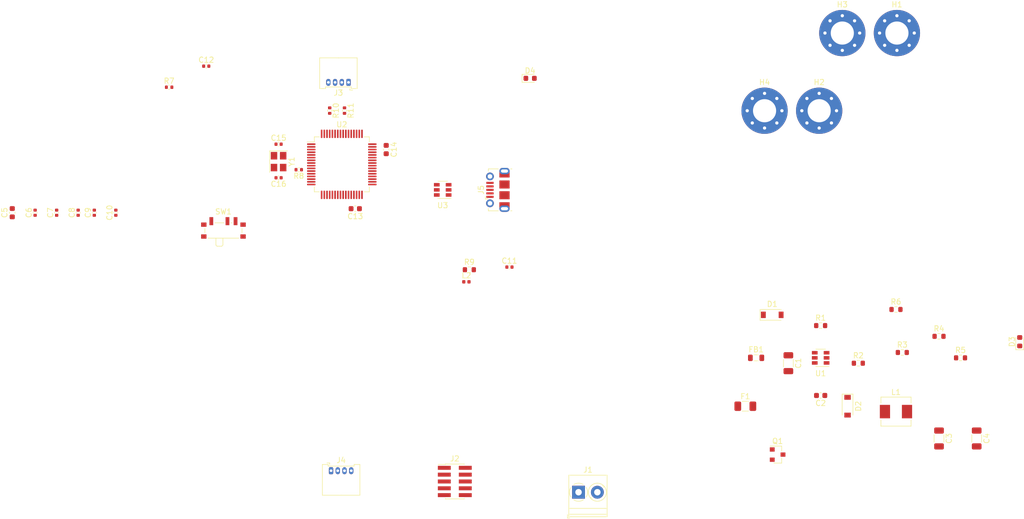
<source format=kicad_pcb>
(kicad_pcb (version 20171130) (host pcbnew "(5.1.9-0-10_14)")

  (general
    (thickness 1.6)
    (drawings 0)
    (tracks 0)
    (zones 0)
    (modules 50)
    (nets 79)
  )

  (page A4)
  (layers
    (0 F.Cu signal)
    (1 In1.Cu power)
    (2 In2.Cu power)
    (31 B.Cu signal)
    (32 B.Adhes user)
    (33 F.Adhes user)
    (34 B.Paste user)
    (35 F.Paste user)
    (36 B.SilkS user)
    (37 F.SilkS user)
    (38 B.Mask user)
    (39 F.Mask user)
    (40 Dwgs.User user)
    (41 Cmts.User user)
    (42 Eco1.User user)
    (43 Eco2.User user)
    (44 Edge.Cuts user)
    (45 Margin user)
    (46 B.CrtYd user)
    (47 F.CrtYd user)
    (48 B.Fab user hide)
    (49 F.Fab user hide)
  )

  (setup
    (last_trace_width 0.25)
    (trace_clearance 0.2)
    (zone_clearance 0.508)
    (zone_45_only no)
    (trace_min 0.2)
    (via_size 0.8)
    (via_drill 0.4)
    (via_min_size 0.4)
    (via_min_drill 0.3)
    (uvia_size 0.3)
    (uvia_drill 0.1)
    (uvias_allowed no)
    (uvia_min_size 0.2)
    (uvia_min_drill 0.1)
    (edge_width 0.05)
    (segment_width 0.2)
    (pcb_text_width 0.3)
    (pcb_text_size 1.5 1.5)
    (mod_edge_width 0.12)
    (mod_text_size 1 1)
    (mod_text_width 0.15)
    (pad_size 1.524 1.524)
    (pad_drill 0.762)
    (pad_to_mask_clearance 0)
    (aux_axis_origin 0 0)
    (visible_elements FFFFF77F)
    (pcbplotparams
      (layerselection 0x010fc_ffffffff)
      (usegerberextensions false)
      (usegerberattributes true)
      (usegerberadvancedattributes true)
      (creategerberjobfile true)
      (excludeedgelayer true)
      (linewidth 0.100000)
      (plotframeref false)
      (viasonmask false)
      (mode 1)
      (useauxorigin false)
      (hpglpennumber 1)
      (hpglpenspeed 20)
      (hpglpendiameter 15.000000)
      (psnegative false)
      (psa4output false)
      (plotreference true)
      (plotvalue true)
      (plotinvisibletext false)
      (padsonsilk false)
      (subtractmaskfromsilk false)
      (outputformat 1)
      (mirror false)
      (drillshape 1)
      (scaleselection 1)
      (outputdirectory ""))
  )

  (net 0 "")
  (net 1 BUCK_IN)
  (net 2 GND)
  (net 3 BUCK_SW)
  (net 4 BUCK_BST)
  (net 5 +3V3)
  (net 6 +3.3VA)
  (net 7 "Net-(C13-Pad1)")
  (net 8 "Net-(C14-Pad1)")
  (net 9 HSE_IN)
  (net 10 "Net-(C16-Pad1)")
  (net 11 "Net-(D1-Pad1)")
  (net 12 +5V)
  (net 13 "Net-(D3-Pad1)")
  (net 14 LED_STATUS)
  (net 15 "Net-(D4-Pad1)")
  (net 16 +12V)
  (net 17 "Net-(F1-Pad2)")
  (net 18 SWDIO)
  (net 19 SWCLK)
  (net 20 SWO)
  (net 21 "Net-(J2-Pad7)")
  (net 22 "Net-(J2-Pad8)")
  (net 23 NRST)
  (net 24 I2C1_SDA)
  (net 25 I2C1_SCL)
  (net 26 USART3_RX)
  (net 27 USART3_TX)
  (net 28 "Net-(J5-Pad6)")
  (net 29 USB_CONNECTOR_D-)
  (net 30 "Net-(J5-Pad4)")
  (net 31 USB_CONNECTOR_D+)
  (net 32 BUCK_EN)
  (net 33 BUCK_FB)
  (net 34 "Net-(R4-Pad2)")
  (net 35 BOOT0)
  (net 36 "Net-(R7-Pad1)")
  (net 37 HSE_OUT)
  (net 38 "Net-(U2-Pad2)")
  (net 39 "Net-(U2-Pad3)")
  (net 40 "Net-(U2-Pad4)")
  (net 41 "Net-(U2-Pad8)")
  (net 42 "Net-(U2-Pad9)")
  (net 43 "Net-(U2-Pad10)")
  (net 44 "Net-(U2-Pad11)")
  (net 45 "Net-(U2-Pad14)")
  (net 46 "Net-(U2-Pad15)")
  (net 47 "Net-(U2-Pad17)")
  (net 48 "Net-(U2-Pad20)")
  (net 49 "Net-(U2-Pad21)")
  (net 50 "Net-(U2-Pad22)")
  (net 51 "Net-(U2-Pad23)")
  (net 52 "Net-(U2-Pad24)")
  (net 53 "Net-(U2-Pad25)")
  (net 54 "Net-(U2-Pad26)")
  (net 55 "Net-(U2-Pad27)")
  (net 56 "Net-(U2-Pad28)")
  (net 57 "Net-(U2-Pad33)")
  (net 58 "Net-(U2-Pad34)")
  (net 59 "Net-(U2-Pad35)")
  (net 60 "Net-(U2-Pad36)")
  (net 61 "Net-(U2-Pad37)")
  (net 62 "Net-(U2-Pad38)")
  (net 63 "Net-(U2-Pad39)")
  (net 64 "Net-(U2-Pad40)")
  (net 65 "Net-(U2-Pad41)")
  (net 66 "Net-(U2-Pad42)")
  (net 67 "Net-(U2-Pad43)")
  (net 68 USB_D-)
  (net 69 USB_D+)
  (net 70 "Net-(U2-Pad50)")
  (net 71 "Net-(U2-Pad51)")
  (net 72 "Net-(U2-Pad52)")
  (net 73 "Net-(U2-Pad53)")
  (net 74 "Net-(U2-Pad54)")
  (net 75 "Net-(U2-Pad56)")
  (net 76 "Net-(U2-Pad57)")
  (net 77 "Net-(U2-Pad61)")
  (net 78 "Net-(U2-Pad62)")

  (net_class Default "This is the default net class."
    (clearance 0.2)
    (trace_width 0.25)
    (via_dia 0.8)
    (via_drill 0.4)
    (uvia_dia 0.3)
    (uvia_drill 0.1)
    (add_net +12V)
    (add_net +3.3VA)
    (add_net +3V3)
    (add_net +5V)
    (add_net BOOT0)
    (add_net BUCK_BST)
    (add_net BUCK_EN)
    (add_net BUCK_FB)
    (add_net BUCK_IN)
    (add_net BUCK_SW)
    (add_net GND)
    (add_net HSE_IN)
    (add_net HSE_OUT)
    (add_net I2C1_SCL)
    (add_net I2C1_SDA)
    (add_net LED_STATUS)
    (add_net NRST)
    (add_net "Net-(C13-Pad1)")
    (add_net "Net-(C14-Pad1)")
    (add_net "Net-(C16-Pad1)")
    (add_net "Net-(D1-Pad1)")
    (add_net "Net-(D3-Pad1)")
    (add_net "Net-(D4-Pad1)")
    (add_net "Net-(F1-Pad2)")
    (add_net "Net-(J2-Pad7)")
    (add_net "Net-(J2-Pad8)")
    (add_net "Net-(J5-Pad4)")
    (add_net "Net-(J5-Pad6)")
    (add_net "Net-(R4-Pad2)")
    (add_net "Net-(R7-Pad1)")
    (add_net "Net-(U2-Pad10)")
    (add_net "Net-(U2-Pad11)")
    (add_net "Net-(U2-Pad14)")
    (add_net "Net-(U2-Pad15)")
    (add_net "Net-(U2-Pad17)")
    (add_net "Net-(U2-Pad2)")
    (add_net "Net-(U2-Pad20)")
    (add_net "Net-(U2-Pad21)")
    (add_net "Net-(U2-Pad22)")
    (add_net "Net-(U2-Pad23)")
    (add_net "Net-(U2-Pad24)")
    (add_net "Net-(U2-Pad25)")
    (add_net "Net-(U2-Pad26)")
    (add_net "Net-(U2-Pad27)")
    (add_net "Net-(U2-Pad28)")
    (add_net "Net-(U2-Pad3)")
    (add_net "Net-(U2-Pad33)")
    (add_net "Net-(U2-Pad34)")
    (add_net "Net-(U2-Pad35)")
    (add_net "Net-(U2-Pad36)")
    (add_net "Net-(U2-Pad37)")
    (add_net "Net-(U2-Pad38)")
    (add_net "Net-(U2-Pad39)")
    (add_net "Net-(U2-Pad4)")
    (add_net "Net-(U2-Pad40)")
    (add_net "Net-(U2-Pad41)")
    (add_net "Net-(U2-Pad42)")
    (add_net "Net-(U2-Pad43)")
    (add_net "Net-(U2-Pad50)")
    (add_net "Net-(U2-Pad51)")
    (add_net "Net-(U2-Pad52)")
    (add_net "Net-(U2-Pad53)")
    (add_net "Net-(U2-Pad54)")
    (add_net "Net-(U2-Pad56)")
    (add_net "Net-(U2-Pad57)")
    (add_net "Net-(U2-Pad61)")
    (add_net "Net-(U2-Pad62)")
    (add_net "Net-(U2-Pad8)")
    (add_net "Net-(U2-Pad9)")
    (add_net SWCLK)
    (add_net SWDIO)
    (add_net SWO)
    (add_net USART3_RX)
    (add_net USART3_TX)
    (add_net USB_CONNECTOR_D+)
    (add_net USB_CONNECTOR_D-)
    (add_net USB_D+)
    (add_net USB_D-)
  )

  (module Capacitor_SMD:C_1206_3216Metric (layer F.Cu) (tedit 5F68FEEE) (tstamp 6059E96E)
    (at 514 177 270)
    (descr "Capacitor SMD 1206 (3216 Metric), square (rectangular) end terminal, IPC_7351 nominal, (Body size source: IPC-SM-782 page 76, https://www.pcb-3d.com/wordpress/wp-content/uploads/ipc-sm-782a_amendment_1_and_2.pdf), generated with kicad-footprint-generator")
    (tags capacitor)
    (path /607304BE)
    (attr smd)
    (fp_text reference C1 (at 0 -1.85 90) (layer F.SilkS)
      (effects (font (size 1 1) (thickness 0.15)))
    )
    (fp_text value 10u (at 0 1.85 90) (layer F.Fab)
      (effects (font (size 1 1) (thickness 0.15)))
    )
    (fp_line (start -1.6 0.8) (end -1.6 -0.8) (layer F.Fab) (width 0.1))
    (fp_line (start -1.6 -0.8) (end 1.6 -0.8) (layer F.Fab) (width 0.1))
    (fp_line (start 1.6 -0.8) (end 1.6 0.8) (layer F.Fab) (width 0.1))
    (fp_line (start 1.6 0.8) (end -1.6 0.8) (layer F.Fab) (width 0.1))
    (fp_line (start -0.711252 -0.91) (end 0.711252 -0.91) (layer F.SilkS) (width 0.12))
    (fp_line (start -0.711252 0.91) (end 0.711252 0.91) (layer F.SilkS) (width 0.12))
    (fp_line (start -2.3 1.15) (end -2.3 -1.15) (layer F.CrtYd) (width 0.05))
    (fp_line (start -2.3 -1.15) (end 2.3 -1.15) (layer F.CrtYd) (width 0.05))
    (fp_line (start 2.3 -1.15) (end 2.3 1.15) (layer F.CrtYd) (width 0.05))
    (fp_line (start 2.3 1.15) (end -2.3 1.15) (layer F.CrtYd) (width 0.05))
    (fp_text user %R (at 0 0 90) (layer F.Fab)
      (effects (font (size 0.8 0.8) (thickness 0.12)))
    )
    (pad 1 smd roundrect (at -1.475 0 270) (size 1.15 1.8) (layers F.Cu F.Paste F.Mask) (roundrect_rratio 0.217391)
      (net 1 BUCK_IN))
    (pad 2 smd roundrect (at 1.475 0 270) (size 1.15 1.8) (layers F.Cu F.Paste F.Mask) (roundrect_rratio 0.217391)
      (net 2 GND))
    (model ${KISYS3DMOD}/Capacitor_SMD.3dshapes/C_1206_3216Metric.wrl
      (at (xyz 0 0 0))
      (scale (xyz 1 1 1))
      (rotate (xyz 0 0 0))
    )
  )

  (module Capacitor_SMD:C_0603_1608Metric (layer F.Cu) (tedit 5F68FEEE) (tstamp 6059E97F)
    (at 520 183 180)
    (descr "Capacitor SMD 0603 (1608 Metric), square (rectangular) end terminal, IPC_7351 nominal, (Body size source: IPC-SM-782 page 76, https://www.pcb-3d.com/wordpress/wp-content/uploads/ipc-sm-782a_amendment_1_and_2.pdf), generated with kicad-footprint-generator")
    (tags capacitor)
    (path /607633B5)
    (attr smd)
    (fp_text reference C2 (at 0 -1.43) (layer F.SilkS)
      (effects (font (size 1 1) (thickness 0.15)))
    )
    (fp_text value 10n (at 0 1.43) (layer F.Fab)
      (effects (font (size 1 1) (thickness 0.15)))
    )
    (fp_line (start 1.48 0.73) (end -1.48 0.73) (layer F.CrtYd) (width 0.05))
    (fp_line (start 1.48 -0.73) (end 1.48 0.73) (layer F.CrtYd) (width 0.05))
    (fp_line (start -1.48 -0.73) (end 1.48 -0.73) (layer F.CrtYd) (width 0.05))
    (fp_line (start -1.48 0.73) (end -1.48 -0.73) (layer F.CrtYd) (width 0.05))
    (fp_line (start -0.14058 0.51) (end 0.14058 0.51) (layer F.SilkS) (width 0.12))
    (fp_line (start -0.14058 -0.51) (end 0.14058 -0.51) (layer F.SilkS) (width 0.12))
    (fp_line (start 0.8 0.4) (end -0.8 0.4) (layer F.Fab) (width 0.1))
    (fp_line (start 0.8 -0.4) (end 0.8 0.4) (layer F.Fab) (width 0.1))
    (fp_line (start -0.8 -0.4) (end 0.8 -0.4) (layer F.Fab) (width 0.1))
    (fp_line (start -0.8 0.4) (end -0.8 -0.4) (layer F.Fab) (width 0.1))
    (fp_text user %R (at 0 0) (layer F.Fab)
      (effects (font (size 0.4 0.4) (thickness 0.06)))
    )
    (pad 2 smd roundrect (at 0.775 0 180) (size 0.9 0.95) (layers F.Cu F.Paste F.Mask) (roundrect_rratio 0.25)
      (net 3 BUCK_SW))
    (pad 1 smd roundrect (at -0.775 0 180) (size 0.9 0.95) (layers F.Cu F.Paste F.Mask) (roundrect_rratio 0.25)
      (net 4 BUCK_BST))
    (model ${KISYS3DMOD}/Capacitor_SMD.3dshapes/C_0603_1608Metric.wrl
      (at (xyz 0 0 0))
      (scale (xyz 1 1 1))
      (rotate (xyz 0 0 0))
    )
  )

  (module Capacitor_SMD:C_1206_3216Metric (layer F.Cu) (tedit 5F68FEEE) (tstamp 6059E990)
    (at 542 191 270)
    (descr "Capacitor SMD 1206 (3216 Metric), square (rectangular) end terminal, IPC_7351 nominal, (Body size source: IPC-SM-782 page 76, https://www.pcb-3d.com/wordpress/wp-content/uploads/ipc-sm-782a_amendment_1_and_2.pdf), generated with kicad-footprint-generator")
    (tags capacitor)
    (path /60770683)
    (attr smd)
    (fp_text reference C3 (at 0 -1.85 90) (layer F.SilkS)
      (effects (font (size 1 1) (thickness 0.15)))
    )
    (fp_text value 10u (at 0 1.85 90) (layer F.Fab)
      (effects (font (size 1 1) (thickness 0.15)))
    )
    (fp_line (start 2.3 1.15) (end -2.3 1.15) (layer F.CrtYd) (width 0.05))
    (fp_line (start 2.3 -1.15) (end 2.3 1.15) (layer F.CrtYd) (width 0.05))
    (fp_line (start -2.3 -1.15) (end 2.3 -1.15) (layer F.CrtYd) (width 0.05))
    (fp_line (start -2.3 1.15) (end -2.3 -1.15) (layer F.CrtYd) (width 0.05))
    (fp_line (start -0.711252 0.91) (end 0.711252 0.91) (layer F.SilkS) (width 0.12))
    (fp_line (start -0.711252 -0.91) (end 0.711252 -0.91) (layer F.SilkS) (width 0.12))
    (fp_line (start 1.6 0.8) (end -1.6 0.8) (layer F.Fab) (width 0.1))
    (fp_line (start 1.6 -0.8) (end 1.6 0.8) (layer F.Fab) (width 0.1))
    (fp_line (start -1.6 -0.8) (end 1.6 -0.8) (layer F.Fab) (width 0.1))
    (fp_line (start -1.6 0.8) (end -1.6 -0.8) (layer F.Fab) (width 0.1))
    (fp_text user %R (at 0 0 90) (layer F.Fab)
      (effects (font (size 0.8 0.8) (thickness 0.12)))
    )
    (pad 2 smd roundrect (at 1.475 0 270) (size 1.15 1.8) (layers F.Cu F.Paste F.Mask) (roundrect_rratio 0.217391)
      (net 2 GND))
    (pad 1 smd roundrect (at -1.475 0 270) (size 1.15 1.8) (layers F.Cu F.Paste F.Mask) (roundrect_rratio 0.217391)
      (net 5 +3V3))
    (model ${KISYS3DMOD}/Capacitor_SMD.3dshapes/C_1206_3216Metric.wrl
      (at (xyz 0 0 0))
      (scale (xyz 1 1 1))
      (rotate (xyz 0 0 0))
    )
  )

  (module Capacitor_SMD:C_1206_3216Metric (layer F.Cu) (tedit 5F68FEEE) (tstamp 6059E9A1)
    (at 549 191 270)
    (descr "Capacitor SMD 1206 (3216 Metric), square (rectangular) end terminal, IPC_7351 nominal, (Body size source: IPC-SM-782 page 76, https://www.pcb-3d.com/wordpress/wp-content/uploads/ipc-sm-782a_amendment_1_and_2.pdf), generated with kicad-footprint-generator")
    (tags capacitor)
    (path /6077794C)
    (attr smd)
    (fp_text reference C4 (at 0 -1.85 90) (layer F.SilkS)
      (effects (font (size 1 1) (thickness 0.15)))
    )
    (fp_text value 10u (at 0 1.85 90) (layer F.Fab)
      (effects (font (size 1 1) (thickness 0.15)))
    )
    (fp_line (start -1.6 0.8) (end -1.6 -0.8) (layer F.Fab) (width 0.1))
    (fp_line (start -1.6 -0.8) (end 1.6 -0.8) (layer F.Fab) (width 0.1))
    (fp_line (start 1.6 -0.8) (end 1.6 0.8) (layer F.Fab) (width 0.1))
    (fp_line (start 1.6 0.8) (end -1.6 0.8) (layer F.Fab) (width 0.1))
    (fp_line (start -0.711252 -0.91) (end 0.711252 -0.91) (layer F.SilkS) (width 0.12))
    (fp_line (start -0.711252 0.91) (end 0.711252 0.91) (layer F.SilkS) (width 0.12))
    (fp_line (start -2.3 1.15) (end -2.3 -1.15) (layer F.CrtYd) (width 0.05))
    (fp_line (start -2.3 -1.15) (end 2.3 -1.15) (layer F.CrtYd) (width 0.05))
    (fp_line (start 2.3 -1.15) (end 2.3 1.15) (layer F.CrtYd) (width 0.05))
    (fp_line (start 2.3 1.15) (end -2.3 1.15) (layer F.CrtYd) (width 0.05))
    (fp_text user %R (at 0 0 90) (layer F.Fab)
      (effects (font (size 0.8 0.8) (thickness 0.12)))
    )
    (pad 1 smd roundrect (at -1.475 0 270) (size 1.15 1.8) (layers F.Cu F.Paste F.Mask) (roundrect_rratio 0.217391)
      (net 5 +3V3))
    (pad 2 smd roundrect (at 1.475 0 270) (size 1.15 1.8) (layers F.Cu F.Paste F.Mask) (roundrect_rratio 0.217391)
      (net 2 GND))
    (model ${KISYS3DMOD}/Capacitor_SMD.3dshapes/C_1206_3216Metric.wrl
      (at (xyz 0 0 0))
      (scale (xyz 1 1 1))
      (rotate (xyz 0 0 0))
    )
  )

  (module Capacitor_SMD:C_0603_1608Metric (layer F.Cu) (tedit 5F68FEEE) (tstamp 6059E9B2)
    (at 369.75 149 90)
    (descr "Capacitor SMD 0603 (1608 Metric), square (rectangular) end terminal, IPC_7351 nominal, (Body size source: IPC-SM-782 page 76, https://www.pcb-3d.com/wordpress/wp-content/uploads/ipc-sm-782a_amendment_1_and_2.pdf), generated with kicad-footprint-generator")
    (tags capacitor)
    (path /606143B4)
    (attr smd)
    (fp_text reference C5 (at 0 -1.43 90) (layer F.SilkS)
      (effects (font (size 1 1) (thickness 0.15)))
    )
    (fp_text value 4u7 (at 0 1.43 90) (layer F.Fab)
      (effects (font (size 1 1) (thickness 0.15)))
    )
    (fp_line (start 1.48 0.73) (end -1.48 0.73) (layer F.CrtYd) (width 0.05))
    (fp_line (start 1.48 -0.73) (end 1.48 0.73) (layer F.CrtYd) (width 0.05))
    (fp_line (start -1.48 -0.73) (end 1.48 -0.73) (layer F.CrtYd) (width 0.05))
    (fp_line (start -1.48 0.73) (end -1.48 -0.73) (layer F.CrtYd) (width 0.05))
    (fp_line (start -0.14058 0.51) (end 0.14058 0.51) (layer F.SilkS) (width 0.12))
    (fp_line (start -0.14058 -0.51) (end 0.14058 -0.51) (layer F.SilkS) (width 0.12))
    (fp_line (start 0.8 0.4) (end -0.8 0.4) (layer F.Fab) (width 0.1))
    (fp_line (start 0.8 -0.4) (end 0.8 0.4) (layer F.Fab) (width 0.1))
    (fp_line (start -0.8 -0.4) (end 0.8 -0.4) (layer F.Fab) (width 0.1))
    (fp_line (start -0.8 0.4) (end -0.8 -0.4) (layer F.Fab) (width 0.1))
    (fp_text user %R (at 0 0 90) (layer F.Fab)
      (effects (font (size 0.4 0.4) (thickness 0.06)))
    )
    (pad 2 smd roundrect (at 0.775 0 90) (size 0.9 0.95) (layers F.Cu F.Paste F.Mask) (roundrect_rratio 0.25)
      (net 2 GND))
    (pad 1 smd roundrect (at -0.775 0 90) (size 0.9 0.95) (layers F.Cu F.Paste F.Mask) (roundrect_rratio 0.25)
      (net 5 +3V3))
    (model ${KISYS3DMOD}/Capacitor_SMD.3dshapes/C_0603_1608Metric.wrl
      (at (xyz 0 0 0))
      (scale (xyz 1 1 1))
      (rotate (xyz 0 0 0))
    )
  )

  (module Capacitor_SMD:C_0402_1005Metric (layer F.Cu) (tedit 5F68FEEE) (tstamp 6059E9C3)
    (at 374 149 90)
    (descr "Capacitor SMD 0402 (1005 Metric), square (rectangular) end terminal, IPC_7351 nominal, (Body size source: IPC-SM-782 page 76, https://www.pcb-3d.com/wordpress/wp-content/uploads/ipc-sm-782a_amendment_1_and_2.pdf), generated with kicad-footprint-generator")
    (tags capacitor)
    (path /6061463E)
    (attr smd)
    (fp_text reference C6 (at 0 -1.16 90) (layer F.SilkS)
      (effects (font (size 1 1) (thickness 0.15)))
    )
    (fp_text value 100n (at 0 1.16 90) (layer F.Fab)
      (effects (font (size 1 1) (thickness 0.15)))
    )
    (fp_line (start -0.5 0.25) (end -0.5 -0.25) (layer F.Fab) (width 0.1))
    (fp_line (start -0.5 -0.25) (end 0.5 -0.25) (layer F.Fab) (width 0.1))
    (fp_line (start 0.5 -0.25) (end 0.5 0.25) (layer F.Fab) (width 0.1))
    (fp_line (start 0.5 0.25) (end -0.5 0.25) (layer F.Fab) (width 0.1))
    (fp_line (start -0.107836 -0.36) (end 0.107836 -0.36) (layer F.SilkS) (width 0.12))
    (fp_line (start -0.107836 0.36) (end 0.107836 0.36) (layer F.SilkS) (width 0.12))
    (fp_line (start -0.91 0.46) (end -0.91 -0.46) (layer F.CrtYd) (width 0.05))
    (fp_line (start -0.91 -0.46) (end 0.91 -0.46) (layer F.CrtYd) (width 0.05))
    (fp_line (start 0.91 -0.46) (end 0.91 0.46) (layer F.CrtYd) (width 0.05))
    (fp_line (start 0.91 0.46) (end -0.91 0.46) (layer F.CrtYd) (width 0.05))
    (fp_text user %R (at 0 0 90) (layer F.Fab)
      (effects (font (size 0.25 0.25) (thickness 0.04)))
    )
    (pad 1 smd roundrect (at -0.48 0 90) (size 0.56 0.62) (layers F.Cu F.Paste F.Mask) (roundrect_rratio 0.25)
      (net 5 +3V3))
    (pad 2 smd roundrect (at 0.48 0 90) (size 0.56 0.62) (layers F.Cu F.Paste F.Mask) (roundrect_rratio 0.25)
      (net 2 GND))
    (model ${KISYS3DMOD}/Capacitor_SMD.3dshapes/C_0402_1005Metric.wrl
      (at (xyz 0 0 0))
      (scale (xyz 1 1 1))
      (rotate (xyz 0 0 0))
    )
  )

  (module Capacitor_SMD:C_0402_1005Metric (layer F.Cu) (tedit 5F68FEEE) (tstamp 6059E9D4)
    (at 378 149 90)
    (descr "Capacitor SMD 0402 (1005 Metric), square (rectangular) end terminal, IPC_7351 nominal, (Body size source: IPC-SM-782 page 76, https://www.pcb-3d.com/wordpress/wp-content/uploads/ipc-sm-782a_amendment_1_and_2.pdf), generated with kicad-footprint-generator")
    (tags capacitor)
    (path /6061595D)
    (attr smd)
    (fp_text reference C7 (at 0 -1.16 90) (layer F.SilkS)
      (effects (font (size 1 1) (thickness 0.15)))
    )
    (fp_text value 100n (at 0 1.16 90) (layer F.Fab)
      (effects (font (size 1 1) (thickness 0.15)))
    )
    (fp_line (start 0.91 0.46) (end -0.91 0.46) (layer F.CrtYd) (width 0.05))
    (fp_line (start 0.91 -0.46) (end 0.91 0.46) (layer F.CrtYd) (width 0.05))
    (fp_line (start -0.91 -0.46) (end 0.91 -0.46) (layer F.CrtYd) (width 0.05))
    (fp_line (start -0.91 0.46) (end -0.91 -0.46) (layer F.CrtYd) (width 0.05))
    (fp_line (start -0.107836 0.36) (end 0.107836 0.36) (layer F.SilkS) (width 0.12))
    (fp_line (start -0.107836 -0.36) (end 0.107836 -0.36) (layer F.SilkS) (width 0.12))
    (fp_line (start 0.5 0.25) (end -0.5 0.25) (layer F.Fab) (width 0.1))
    (fp_line (start 0.5 -0.25) (end 0.5 0.25) (layer F.Fab) (width 0.1))
    (fp_line (start -0.5 -0.25) (end 0.5 -0.25) (layer F.Fab) (width 0.1))
    (fp_line (start -0.5 0.25) (end -0.5 -0.25) (layer F.Fab) (width 0.1))
    (fp_text user %R (at 0 0 90) (layer F.Fab)
      (effects (font (size 0.25 0.25) (thickness 0.04)))
    )
    (pad 2 smd roundrect (at 0.48 0 90) (size 0.56 0.62) (layers F.Cu F.Paste F.Mask) (roundrect_rratio 0.25)
      (net 2 GND))
    (pad 1 smd roundrect (at -0.48 0 90) (size 0.56 0.62) (layers F.Cu F.Paste F.Mask) (roundrect_rratio 0.25)
      (net 5 +3V3))
    (model ${KISYS3DMOD}/Capacitor_SMD.3dshapes/C_0402_1005Metric.wrl
      (at (xyz 0 0 0))
      (scale (xyz 1 1 1))
      (rotate (xyz 0 0 0))
    )
  )

  (module Capacitor_SMD:C_0402_1005Metric (layer F.Cu) (tedit 5F68FEEE) (tstamp 6059E9E5)
    (at 382 149 90)
    (descr "Capacitor SMD 0402 (1005 Metric), square (rectangular) end terminal, IPC_7351 nominal, (Body size source: IPC-SM-782 page 76, https://www.pcb-3d.com/wordpress/wp-content/uploads/ipc-sm-782a_amendment_1_and_2.pdf), generated with kicad-footprint-generator")
    (tags capacitor)
    (path /6061616C)
    (attr smd)
    (fp_text reference C8 (at 0 -1.16 90) (layer F.SilkS)
      (effects (font (size 1 1) (thickness 0.15)))
    )
    (fp_text value 100n (at 0 1.16 90) (layer F.Fab)
      (effects (font (size 1 1) (thickness 0.15)))
    )
    (fp_line (start -0.5 0.25) (end -0.5 -0.25) (layer F.Fab) (width 0.1))
    (fp_line (start -0.5 -0.25) (end 0.5 -0.25) (layer F.Fab) (width 0.1))
    (fp_line (start 0.5 -0.25) (end 0.5 0.25) (layer F.Fab) (width 0.1))
    (fp_line (start 0.5 0.25) (end -0.5 0.25) (layer F.Fab) (width 0.1))
    (fp_line (start -0.107836 -0.36) (end 0.107836 -0.36) (layer F.SilkS) (width 0.12))
    (fp_line (start -0.107836 0.36) (end 0.107836 0.36) (layer F.SilkS) (width 0.12))
    (fp_line (start -0.91 0.46) (end -0.91 -0.46) (layer F.CrtYd) (width 0.05))
    (fp_line (start -0.91 -0.46) (end 0.91 -0.46) (layer F.CrtYd) (width 0.05))
    (fp_line (start 0.91 -0.46) (end 0.91 0.46) (layer F.CrtYd) (width 0.05))
    (fp_line (start 0.91 0.46) (end -0.91 0.46) (layer F.CrtYd) (width 0.05))
    (fp_text user %R (at 0 0 90) (layer F.Fab)
      (effects (font (size 0.25 0.25) (thickness 0.04)))
    )
    (pad 1 smd roundrect (at -0.48 0 90) (size 0.56 0.62) (layers F.Cu F.Paste F.Mask) (roundrect_rratio 0.25)
      (net 5 +3V3))
    (pad 2 smd roundrect (at 0.48 0 90) (size 0.56 0.62) (layers F.Cu F.Paste F.Mask) (roundrect_rratio 0.25)
      (net 2 GND))
    (model ${KISYS3DMOD}/Capacitor_SMD.3dshapes/C_0402_1005Metric.wrl
      (at (xyz 0 0 0))
      (scale (xyz 1 1 1))
      (rotate (xyz 0 0 0))
    )
  )

  (module Capacitor_SMD:C_0402_1005Metric (layer F.Cu) (tedit 5F68FEEE) (tstamp 6059E9F6)
    (at 385 149 90)
    (descr "Capacitor SMD 0402 (1005 Metric), square (rectangular) end terminal, IPC_7351 nominal, (Body size source: IPC-SM-782 page 76, https://www.pcb-3d.com/wordpress/wp-content/uploads/ipc-sm-782a_amendment_1_and_2.pdf), generated with kicad-footprint-generator")
    (tags capacitor)
    (path /60616AA4)
    (attr smd)
    (fp_text reference C9 (at 0 -1.16 90) (layer F.SilkS)
      (effects (font (size 1 1) (thickness 0.15)))
    )
    (fp_text value 100n (at 0 1.16 90) (layer F.Fab)
      (effects (font (size 1 1) (thickness 0.15)))
    )
    (fp_line (start 0.91 0.46) (end -0.91 0.46) (layer F.CrtYd) (width 0.05))
    (fp_line (start 0.91 -0.46) (end 0.91 0.46) (layer F.CrtYd) (width 0.05))
    (fp_line (start -0.91 -0.46) (end 0.91 -0.46) (layer F.CrtYd) (width 0.05))
    (fp_line (start -0.91 0.46) (end -0.91 -0.46) (layer F.CrtYd) (width 0.05))
    (fp_line (start -0.107836 0.36) (end 0.107836 0.36) (layer F.SilkS) (width 0.12))
    (fp_line (start -0.107836 -0.36) (end 0.107836 -0.36) (layer F.SilkS) (width 0.12))
    (fp_line (start 0.5 0.25) (end -0.5 0.25) (layer F.Fab) (width 0.1))
    (fp_line (start 0.5 -0.25) (end 0.5 0.25) (layer F.Fab) (width 0.1))
    (fp_line (start -0.5 -0.25) (end 0.5 -0.25) (layer F.Fab) (width 0.1))
    (fp_line (start -0.5 0.25) (end -0.5 -0.25) (layer F.Fab) (width 0.1))
    (fp_text user %R (at 0 0 90) (layer F.Fab)
      (effects (font (size 0.25 0.25) (thickness 0.04)))
    )
    (pad 2 smd roundrect (at 0.48 0 90) (size 0.56 0.62) (layers F.Cu F.Paste F.Mask) (roundrect_rratio 0.25)
      (net 2 GND))
    (pad 1 smd roundrect (at -0.48 0 90) (size 0.56 0.62) (layers F.Cu F.Paste F.Mask) (roundrect_rratio 0.25)
      (net 5 +3V3))
    (model ${KISYS3DMOD}/Capacitor_SMD.3dshapes/C_0402_1005Metric.wrl
      (at (xyz 0 0 0))
      (scale (xyz 1 1 1))
      (rotate (xyz 0 0 0))
    )
  )

  (module Capacitor_SMD:C_0402_1005Metric (layer F.Cu) (tedit 5F68FEEE) (tstamp 6059EA07)
    (at 389 149 90)
    (descr "Capacitor SMD 0402 (1005 Metric), square (rectangular) end terminal, IPC_7351 nominal, (Body size source: IPC-SM-782 page 76, https://www.pcb-3d.com/wordpress/wp-content/uploads/ipc-sm-782a_amendment_1_and_2.pdf), generated with kicad-footprint-generator")
    (tags capacitor)
    (path /6061768B)
    (attr smd)
    (fp_text reference C10 (at 0 -1.16 90) (layer F.SilkS)
      (effects (font (size 1 1) (thickness 0.15)))
    )
    (fp_text value 100n (at 0 1.16 90) (layer F.Fab)
      (effects (font (size 1 1) (thickness 0.15)))
    )
    (fp_line (start -0.5 0.25) (end -0.5 -0.25) (layer F.Fab) (width 0.1))
    (fp_line (start -0.5 -0.25) (end 0.5 -0.25) (layer F.Fab) (width 0.1))
    (fp_line (start 0.5 -0.25) (end 0.5 0.25) (layer F.Fab) (width 0.1))
    (fp_line (start 0.5 0.25) (end -0.5 0.25) (layer F.Fab) (width 0.1))
    (fp_line (start -0.107836 -0.36) (end 0.107836 -0.36) (layer F.SilkS) (width 0.12))
    (fp_line (start -0.107836 0.36) (end 0.107836 0.36) (layer F.SilkS) (width 0.12))
    (fp_line (start -0.91 0.46) (end -0.91 -0.46) (layer F.CrtYd) (width 0.05))
    (fp_line (start -0.91 -0.46) (end 0.91 -0.46) (layer F.CrtYd) (width 0.05))
    (fp_line (start 0.91 -0.46) (end 0.91 0.46) (layer F.CrtYd) (width 0.05))
    (fp_line (start 0.91 0.46) (end -0.91 0.46) (layer F.CrtYd) (width 0.05))
    (fp_text user %R (at 0 0 90) (layer F.Fab)
      (effects (font (size 0.25 0.25) (thickness 0.04)))
    )
    (pad 1 smd roundrect (at -0.48 0 90) (size 0.56 0.62) (layers F.Cu F.Paste F.Mask) (roundrect_rratio 0.25)
      (net 5 +3V3))
    (pad 2 smd roundrect (at 0.48 0 90) (size 0.56 0.62) (layers F.Cu F.Paste F.Mask) (roundrect_rratio 0.25)
      (net 2 GND))
    (model ${KISYS3DMOD}/Capacitor_SMD.3dshapes/C_0402_1005Metric.wrl
      (at (xyz 0 0 0))
      (scale (xyz 1 1 1))
      (rotate (xyz 0 0 0))
    )
  )

  (module Capacitor_SMD:C_0402_1005Metric (layer F.Cu) (tedit 5F68FEEE) (tstamp 6059EA18)
    (at 462.155001 159.115001)
    (descr "Capacitor SMD 0402 (1005 Metric), square (rectangular) end terminal, IPC_7351 nominal, (Body size source: IPC-SM-782 page 76, https://www.pcb-3d.com/wordpress/wp-content/uploads/ipc-sm-782a_amendment_1_and_2.pdf), generated with kicad-footprint-generator")
    (tags capacitor)
    (path /60624833)
    (attr smd)
    (fp_text reference C11 (at 0 -1.16) (layer F.SilkS)
      (effects (font (size 1 1) (thickness 0.15)))
    )
    (fp_text value 1u (at 0 1.16) (layer F.Fab)
      (effects (font (size 1 1) (thickness 0.15)))
    )
    (fp_line (start 0.91 0.46) (end -0.91 0.46) (layer F.CrtYd) (width 0.05))
    (fp_line (start 0.91 -0.46) (end 0.91 0.46) (layer F.CrtYd) (width 0.05))
    (fp_line (start -0.91 -0.46) (end 0.91 -0.46) (layer F.CrtYd) (width 0.05))
    (fp_line (start -0.91 0.46) (end -0.91 -0.46) (layer F.CrtYd) (width 0.05))
    (fp_line (start -0.107836 0.36) (end 0.107836 0.36) (layer F.SilkS) (width 0.12))
    (fp_line (start -0.107836 -0.36) (end 0.107836 -0.36) (layer F.SilkS) (width 0.12))
    (fp_line (start 0.5 0.25) (end -0.5 0.25) (layer F.Fab) (width 0.1))
    (fp_line (start 0.5 -0.25) (end 0.5 0.25) (layer F.Fab) (width 0.1))
    (fp_line (start -0.5 -0.25) (end 0.5 -0.25) (layer F.Fab) (width 0.1))
    (fp_line (start -0.5 0.25) (end -0.5 -0.25) (layer F.Fab) (width 0.1))
    (fp_text user %R (at 0 0) (layer F.Fab)
      (effects (font (size 0.25 0.25) (thickness 0.04)))
    )
    (pad 2 smd roundrect (at 0.48 0) (size 0.56 0.62) (layers F.Cu F.Paste F.Mask) (roundrect_rratio 0.25)
      (net 2 GND))
    (pad 1 smd roundrect (at -0.48 0) (size 0.56 0.62) (layers F.Cu F.Paste F.Mask) (roundrect_rratio 0.25)
      (net 6 +3.3VA))
    (model ${KISYS3DMOD}/Capacitor_SMD.3dshapes/C_0402_1005Metric.wrl
      (at (xyz 0 0 0))
      (scale (xyz 1 1 1))
      (rotate (xyz 0 0 0))
    )
  )

  (module Capacitor_SMD:C_0402_1005Metric (layer F.Cu) (tedit 5F68FEEE) (tstamp 6059EA29)
    (at 405.805001 121.735001)
    (descr "Capacitor SMD 0402 (1005 Metric), square (rectangular) end terminal, IPC_7351 nominal, (Body size source: IPC-SM-782 page 76, https://www.pcb-3d.com/wordpress/wp-content/uploads/ipc-sm-782a_amendment_1_and_2.pdf), generated with kicad-footprint-generator")
    (tags capacitor)
    (path /60624F7E)
    (attr smd)
    (fp_text reference C12 (at 0 -1.16) (layer F.SilkS)
      (effects (font (size 1 1) (thickness 0.15)))
    )
    (fp_text value 10n (at 0 1.16) (layer F.Fab)
      (effects (font (size 1 1) (thickness 0.15)))
    )
    (fp_line (start -0.5 0.25) (end -0.5 -0.25) (layer F.Fab) (width 0.1))
    (fp_line (start -0.5 -0.25) (end 0.5 -0.25) (layer F.Fab) (width 0.1))
    (fp_line (start 0.5 -0.25) (end 0.5 0.25) (layer F.Fab) (width 0.1))
    (fp_line (start 0.5 0.25) (end -0.5 0.25) (layer F.Fab) (width 0.1))
    (fp_line (start -0.107836 -0.36) (end 0.107836 -0.36) (layer F.SilkS) (width 0.12))
    (fp_line (start -0.107836 0.36) (end 0.107836 0.36) (layer F.SilkS) (width 0.12))
    (fp_line (start -0.91 0.46) (end -0.91 -0.46) (layer F.CrtYd) (width 0.05))
    (fp_line (start -0.91 -0.46) (end 0.91 -0.46) (layer F.CrtYd) (width 0.05))
    (fp_line (start 0.91 -0.46) (end 0.91 0.46) (layer F.CrtYd) (width 0.05))
    (fp_line (start 0.91 0.46) (end -0.91 0.46) (layer F.CrtYd) (width 0.05))
    (fp_text user %R (at 0 0) (layer F.Fab)
      (effects (font (size 0.25 0.25) (thickness 0.04)))
    )
    (pad 1 smd roundrect (at -0.48 0) (size 0.56 0.62) (layers F.Cu F.Paste F.Mask) (roundrect_rratio 0.25)
      (net 6 +3.3VA))
    (pad 2 smd roundrect (at 0.48 0) (size 0.56 0.62) (layers F.Cu F.Paste F.Mask) (roundrect_rratio 0.25)
      (net 2 GND))
    (model ${KISYS3DMOD}/Capacitor_SMD.3dshapes/C_0402_1005Metric.wrl
      (at (xyz 0 0 0))
      (scale (xyz 1 1 1))
      (rotate (xyz 0 0 0))
    )
  )

  (module Capacitor_SMD:C_0603_1608Metric (layer F.Cu) (tedit 5F68FEEE) (tstamp 6059EA3A)
    (at 433.5 148.25 180)
    (descr "Capacitor SMD 0603 (1608 Metric), square (rectangular) end terminal, IPC_7351 nominal, (Body size source: IPC-SM-782 page 76, https://www.pcb-3d.com/wordpress/wp-content/uploads/ipc-sm-782a_amendment_1_and_2.pdf), generated with kicad-footprint-generator")
    (tags capacitor)
    (path /605C1852)
    (attr smd)
    (fp_text reference C13 (at 0 -1.43) (layer F.SilkS)
      (effects (font (size 1 1) (thickness 0.15)))
    )
    (fp_text value 2u2 (at 0 1.43) (layer F.Fab)
      (effects (font (size 1 1) (thickness 0.15)))
    )
    (fp_line (start -0.8 0.4) (end -0.8 -0.4) (layer F.Fab) (width 0.1))
    (fp_line (start -0.8 -0.4) (end 0.8 -0.4) (layer F.Fab) (width 0.1))
    (fp_line (start 0.8 -0.4) (end 0.8 0.4) (layer F.Fab) (width 0.1))
    (fp_line (start 0.8 0.4) (end -0.8 0.4) (layer F.Fab) (width 0.1))
    (fp_line (start -0.14058 -0.51) (end 0.14058 -0.51) (layer F.SilkS) (width 0.12))
    (fp_line (start -0.14058 0.51) (end 0.14058 0.51) (layer F.SilkS) (width 0.12))
    (fp_line (start -1.48 0.73) (end -1.48 -0.73) (layer F.CrtYd) (width 0.05))
    (fp_line (start -1.48 -0.73) (end 1.48 -0.73) (layer F.CrtYd) (width 0.05))
    (fp_line (start 1.48 -0.73) (end 1.48 0.73) (layer F.CrtYd) (width 0.05))
    (fp_line (start 1.48 0.73) (end -1.48 0.73) (layer F.CrtYd) (width 0.05))
    (fp_text user %R (at 0 0) (layer F.Fab)
      (effects (font (size 0.4 0.4) (thickness 0.06)))
    )
    (pad 1 smd roundrect (at -0.775 0 180) (size 0.9 0.95) (layers F.Cu F.Paste F.Mask) (roundrect_rratio 0.25)
      (net 7 "Net-(C13-Pad1)"))
    (pad 2 smd roundrect (at 0.775 0 180) (size 0.9 0.95) (layers F.Cu F.Paste F.Mask) (roundrect_rratio 0.25)
      (net 2 GND))
    (model ${KISYS3DMOD}/Capacitor_SMD.3dshapes/C_0603_1608Metric.wrl
      (at (xyz 0 0 0))
      (scale (xyz 1 1 1))
      (rotate (xyz 0 0 0))
    )
  )

  (module Capacitor_SMD:C_0603_1608Metric (layer F.Cu) (tedit 5F68FEEE) (tstamp 6059EA4B)
    (at 439.25 137.25 270)
    (descr "Capacitor SMD 0603 (1608 Metric), square (rectangular) end terminal, IPC_7351 nominal, (Body size source: IPC-SM-782 page 76, https://www.pcb-3d.com/wordpress/wp-content/uploads/ipc-sm-782a_amendment_1_and_2.pdf), generated with kicad-footprint-generator")
    (tags capacitor)
    (path /605BFADC)
    (attr smd)
    (fp_text reference C14 (at 0 -1.43 90) (layer F.SilkS)
      (effects (font (size 1 1) (thickness 0.15)))
    )
    (fp_text value 2u2 (at 0 1.43 90) (layer F.Fab)
      (effects (font (size 1 1) (thickness 0.15)))
    )
    (fp_line (start -0.8 0.4) (end -0.8 -0.4) (layer F.Fab) (width 0.1))
    (fp_line (start -0.8 -0.4) (end 0.8 -0.4) (layer F.Fab) (width 0.1))
    (fp_line (start 0.8 -0.4) (end 0.8 0.4) (layer F.Fab) (width 0.1))
    (fp_line (start 0.8 0.4) (end -0.8 0.4) (layer F.Fab) (width 0.1))
    (fp_line (start -0.14058 -0.51) (end 0.14058 -0.51) (layer F.SilkS) (width 0.12))
    (fp_line (start -0.14058 0.51) (end 0.14058 0.51) (layer F.SilkS) (width 0.12))
    (fp_line (start -1.48 0.73) (end -1.48 -0.73) (layer F.CrtYd) (width 0.05))
    (fp_line (start -1.48 -0.73) (end 1.48 -0.73) (layer F.CrtYd) (width 0.05))
    (fp_line (start 1.48 -0.73) (end 1.48 0.73) (layer F.CrtYd) (width 0.05))
    (fp_line (start 1.48 0.73) (end -1.48 0.73) (layer F.CrtYd) (width 0.05))
    (fp_text user %R (at 0 0 90) (layer F.Fab)
      (effects (font (size 0.4 0.4) (thickness 0.06)))
    )
    (pad 1 smd roundrect (at -0.775 0 270) (size 0.9 0.95) (layers F.Cu F.Paste F.Mask) (roundrect_rratio 0.25)
      (net 8 "Net-(C14-Pad1)"))
    (pad 2 smd roundrect (at 0.775 0 270) (size 0.9 0.95) (layers F.Cu F.Paste F.Mask) (roundrect_rratio 0.25)
      (net 2 GND))
    (model ${KISYS3DMOD}/Capacitor_SMD.3dshapes/C_0603_1608Metric.wrl
      (at (xyz 0 0 0))
      (scale (xyz 1 1 1))
      (rotate (xyz 0 0 0))
    )
  )

  (module Capacitor_SMD:C_0402_1005Metric (layer F.Cu) (tedit 5F68FEEE) (tstamp 6059EA5C)
    (at 419.25 136.25)
    (descr "Capacitor SMD 0402 (1005 Metric), square (rectangular) end terminal, IPC_7351 nominal, (Body size source: IPC-SM-782 page 76, https://www.pcb-3d.com/wordpress/wp-content/uploads/ipc-sm-782a_amendment_1_and_2.pdf), generated with kicad-footprint-generator")
    (tags capacitor)
    (path /6062EA12)
    (attr smd)
    (fp_text reference C15 (at 0 -1.16) (layer F.SilkS)
      (effects (font (size 1 1) (thickness 0.15)))
    )
    (fp_text value 12p (at 0 1.16) (layer F.Fab)
      (effects (font (size 1 1) (thickness 0.15)))
    )
    (fp_line (start 0.91 0.46) (end -0.91 0.46) (layer F.CrtYd) (width 0.05))
    (fp_line (start 0.91 -0.46) (end 0.91 0.46) (layer F.CrtYd) (width 0.05))
    (fp_line (start -0.91 -0.46) (end 0.91 -0.46) (layer F.CrtYd) (width 0.05))
    (fp_line (start -0.91 0.46) (end -0.91 -0.46) (layer F.CrtYd) (width 0.05))
    (fp_line (start -0.107836 0.36) (end 0.107836 0.36) (layer F.SilkS) (width 0.12))
    (fp_line (start -0.107836 -0.36) (end 0.107836 -0.36) (layer F.SilkS) (width 0.12))
    (fp_line (start 0.5 0.25) (end -0.5 0.25) (layer F.Fab) (width 0.1))
    (fp_line (start 0.5 -0.25) (end 0.5 0.25) (layer F.Fab) (width 0.1))
    (fp_line (start -0.5 -0.25) (end 0.5 -0.25) (layer F.Fab) (width 0.1))
    (fp_line (start -0.5 0.25) (end -0.5 -0.25) (layer F.Fab) (width 0.1))
    (fp_text user %R (at 0 0) (layer F.Fab)
      (effects (font (size 0.25 0.25) (thickness 0.04)))
    )
    (pad 2 smd roundrect (at 0.48 0) (size 0.56 0.62) (layers F.Cu F.Paste F.Mask) (roundrect_rratio 0.25)
      (net 2 GND))
    (pad 1 smd roundrect (at -0.48 0) (size 0.56 0.62) (layers F.Cu F.Paste F.Mask) (roundrect_rratio 0.25)
      (net 9 HSE_IN))
    (model ${KISYS3DMOD}/Capacitor_SMD.3dshapes/C_0402_1005Metric.wrl
      (at (xyz 0 0 0))
      (scale (xyz 1 1 1))
      (rotate (xyz 0 0 0))
    )
  )

  (module Capacitor_SMD:C_0402_1005Metric (layer F.Cu) (tedit 5F68FEEE) (tstamp 6059EA6D)
    (at 419.25 142.5 180)
    (descr "Capacitor SMD 0402 (1005 Metric), square (rectangular) end terminal, IPC_7351 nominal, (Body size source: IPC-SM-782 page 76, https://www.pcb-3d.com/wordpress/wp-content/uploads/ipc-sm-782a_amendment_1_and_2.pdf), generated with kicad-footprint-generator")
    (tags capacitor)
    (path /6062DC99)
    (attr smd)
    (fp_text reference C16 (at 0 -1.16) (layer F.SilkS)
      (effects (font (size 1 1) (thickness 0.15)))
    )
    (fp_text value 12p (at 0 1.16) (layer F.Fab)
      (effects (font (size 1 1) (thickness 0.15)))
    )
    (fp_line (start -0.5 0.25) (end -0.5 -0.25) (layer F.Fab) (width 0.1))
    (fp_line (start -0.5 -0.25) (end 0.5 -0.25) (layer F.Fab) (width 0.1))
    (fp_line (start 0.5 -0.25) (end 0.5 0.25) (layer F.Fab) (width 0.1))
    (fp_line (start 0.5 0.25) (end -0.5 0.25) (layer F.Fab) (width 0.1))
    (fp_line (start -0.107836 -0.36) (end 0.107836 -0.36) (layer F.SilkS) (width 0.12))
    (fp_line (start -0.107836 0.36) (end 0.107836 0.36) (layer F.SilkS) (width 0.12))
    (fp_line (start -0.91 0.46) (end -0.91 -0.46) (layer F.CrtYd) (width 0.05))
    (fp_line (start -0.91 -0.46) (end 0.91 -0.46) (layer F.CrtYd) (width 0.05))
    (fp_line (start 0.91 -0.46) (end 0.91 0.46) (layer F.CrtYd) (width 0.05))
    (fp_line (start 0.91 0.46) (end -0.91 0.46) (layer F.CrtYd) (width 0.05))
    (fp_text user %R (at 0 0) (layer F.Fab)
      (effects (font (size 0.25 0.25) (thickness 0.04)))
    )
    (pad 1 smd roundrect (at -0.48 0 180) (size 0.56 0.62) (layers F.Cu F.Paste F.Mask) (roundrect_rratio 0.25)
      (net 10 "Net-(C16-Pad1)"))
    (pad 2 smd roundrect (at 0.48 0 180) (size 0.56 0.62) (layers F.Cu F.Paste F.Mask) (roundrect_rratio 0.25)
      (net 2 GND))
    (model ${KISYS3DMOD}/Capacitor_SMD.3dshapes/C_0402_1005Metric.wrl
      (at (xyz 0 0 0))
      (scale (xyz 1 1 1))
      (rotate (xyz 0 0 0))
    )
  )

  (module Diode_SMD:D_SOD-123 (layer F.Cu) (tedit 58645DC7) (tstamp 6059EA86)
    (at 511 168)
    (descr SOD-123)
    (tags SOD-123)
    (path /608E7448)
    (attr smd)
    (fp_text reference D1 (at 0 -2) (layer F.SilkS)
      (effects (font (size 1 1) (thickness 0.15)))
    )
    (fp_text value B5819W (at 0 2.1) (layer F.Fab)
      (effects (font (size 1 1) (thickness 0.15)))
    )
    (fp_line (start -2.25 -1) (end -2.25 1) (layer F.SilkS) (width 0.12))
    (fp_line (start 0.25 0) (end 0.75 0) (layer F.Fab) (width 0.1))
    (fp_line (start 0.25 0.4) (end -0.35 0) (layer F.Fab) (width 0.1))
    (fp_line (start 0.25 -0.4) (end 0.25 0.4) (layer F.Fab) (width 0.1))
    (fp_line (start -0.35 0) (end 0.25 -0.4) (layer F.Fab) (width 0.1))
    (fp_line (start -0.35 0) (end -0.35 0.55) (layer F.Fab) (width 0.1))
    (fp_line (start -0.35 0) (end -0.35 -0.55) (layer F.Fab) (width 0.1))
    (fp_line (start -0.75 0) (end -0.35 0) (layer F.Fab) (width 0.1))
    (fp_line (start -1.4 0.9) (end -1.4 -0.9) (layer F.Fab) (width 0.1))
    (fp_line (start 1.4 0.9) (end -1.4 0.9) (layer F.Fab) (width 0.1))
    (fp_line (start 1.4 -0.9) (end 1.4 0.9) (layer F.Fab) (width 0.1))
    (fp_line (start -1.4 -0.9) (end 1.4 -0.9) (layer F.Fab) (width 0.1))
    (fp_line (start -2.35 -1.15) (end 2.35 -1.15) (layer F.CrtYd) (width 0.05))
    (fp_line (start 2.35 -1.15) (end 2.35 1.15) (layer F.CrtYd) (width 0.05))
    (fp_line (start 2.35 1.15) (end -2.35 1.15) (layer F.CrtYd) (width 0.05))
    (fp_line (start -2.35 -1.15) (end -2.35 1.15) (layer F.CrtYd) (width 0.05))
    (fp_line (start -2.25 1) (end 1.65 1) (layer F.SilkS) (width 0.12))
    (fp_line (start -2.25 -1) (end 1.65 -1) (layer F.SilkS) (width 0.12))
    (fp_text user %R (at 0 -2) (layer F.Fab)
      (effects (font (size 1 1) (thickness 0.15)))
    )
    (pad 1 smd rect (at -1.65 0) (size 0.9 1.2) (layers F.Cu F.Paste F.Mask)
      (net 11 "Net-(D1-Pad1)"))
    (pad 2 smd rect (at 1.65 0) (size 0.9 1.2) (layers F.Cu F.Paste F.Mask)
      (net 12 +5V))
    (model ${KISYS3DMOD}/Diode_SMD.3dshapes/D_SOD-123.wrl
      (at (xyz 0 0 0))
      (scale (xyz 1 1 1))
      (rotate (xyz 0 0 0))
    )
  )

  (module Diode_SMD:D_SOD-123 (layer F.Cu) (tedit 58645DC7) (tstamp 6059EA9F)
    (at 525 185 270)
    (descr SOD-123)
    (tags SOD-123)
    (path /607650EC)
    (attr smd)
    (fp_text reference D2 (at 0 -2 90) (layer F.SilkS)
      (effects (font (size 1 1) (thickness 0.15)))
    )
    (fp_text value B5819W (at 0 2.1 90) (layer F.Fab)
      (effects (font (size 1 1) (thickness 0.15)))
    )
    (fp_line (start -2.25 -1) (end 1.65 -1) (layer F.SilkS) (width 0.12))
    (fp_line (start -2.25 1) (end 1.65 1) (layer F.SilkS) (width 0.12))
    (fp_line (start -2.35 -1.15) (end -2.35 1.15) (layer F.CrtYd) (width 0.05))
    (fp_line (start 2.35 1.15) (end -2.35 1.15) (layer F.CrtYd) (width 0.05))
    (fp_line (start 2.35 -1.15) (end 2.35 1.15) (layer F.CrtYd) (width 0.05))
    (fp_line (start -2.35 -1.15) (end 2.35 -1.15) (layer F.CrtYd) (width 0.05))
    (fp_line (start -1.4 -0.9) (end 1.4 -0.9) (layer F.Fab) (width 0.1))
    (fp_line (start 1.4 -0.9) (end 1.4 0.9) (layer F.Fab) (width 0.1))
    (fp_line (start 1.4 0.9) (end -1.4 0.9) (layer F.Fab) (width 0.1))
    (fp_line (start -1.4 0.9) (end -1.4 -0.9) (layer F.Fab) (width 0.1))
    (fp_line (start -0.75 0) (end -0.35 0) (layer F.Fab) (width 0.1))
    (fp_line (start -0.35 0) (end -0.35 -0.55) (layer F.Fab) (width 0.1))
    (fp_line (start -0.35 0) (end -0.35 0.55) (layer F.Fab) (width 0.1))
    (fp_line (start -0.35 0) (end 0.25 -0.4) (layer F.Fab) (width 0.1))
    (fp_line (start 0.25 -0.4) (end 0.25 0.4) (layer F.Fab) (width 0.1))
    (fp_line (start 0.25 0.4) (end -0.35 0) (layer F.Fab) (width 0.1))
    (fp_line (start 0.25 0) (end 0.75 0) (layer F.Fab) (width 0.1))
    (fp_line (start -2.25 -1) (end -2.25 1) (layer F.SilkS) (width 0.12))
    (fp_text user %R (at 0 -2 90) (layer F.Fab)
      (effects (font (size 1 1) (thickness 0.15)))
    )
    (pad 2 smd rect (at 1.65 0 270) (size 0.9 1.2) (layers F.Cu F.Paste F.Mask)
      (net 2 GND))
    (pad 1 smd rect (at -1.65 0 270) (size 0.9 1.2) (layers F.Cu F.Paste F.Mask)
      (net 3 BUCK_SW))
    (model ${KISYS3DMOD}/Diode_SMD.3dshapes/D_SOD-123.wrl
      (at (xyz 0 0 0))
      (scale (xyz 1 1 1))
      (rotate (xyz 0 0 0))
    )
  )

  (module LED_SMD:LED_0603_1608Metric (layer F.Cu) (tedit 5F68FEF1) (tstamp 6059EAB2)
    (at 557 173 90)
    (descr "LED SMD 0603 (1608 Metric), square (rectangular) end terminal, IPC_7351 nominal, (Body size source: http://www.tortai-tech.com/upload/download/2011102023233369053.pdf), generated with kicad-footprint-generator")
    (tags LED)
    (path /609BFD3E)
    (attr smd)
    (fp_text reference D3 (at 0 -1.43 90) (layer F.SilkS)
      (effects (font (size 1 1) (thickness 0.15)))
    )
    (fp_text value RED (at 0 1.43 90) (layer F.Fab)
      (effects (font (size 1 1) (thickness 0.15)))
    )
    (fp_line (start 0.8 -0.4) (end -0.5 -0.4) (layer F.Fab) (width 0.1))
    (fp_line (start -0.5 -0.4) (end -0.8 -0.1) (layer F.Fab) (width 0.1))
    (fp_line (start -0.8 -0.1) (end -0.8 0.4) (layer F.Fab) (width 0.1))
    (fp_line (start -0.8 0.4) (end 0.8 0.4) (layer F.Fab) (width 0.1))
    (fp_line (start 0.8 0.4) (end 0.8 -0.4) (layer F.Fab) (width 0.1))
    (fp_line (start 0.8 -0.735) (end -1.485 -0.735) (layer F.SilkS) (width 0.12))
    (fp_line (start -1.485 -0.735) (end -1.485 0.735) (layer F.SilkS) (width 0.12))
    (fp_line (start -1.485 0.735) (end 0.8 0.735) (layer F.SilkS) (width 0.12))
    (fp_line (start -1.48 0.73) (end -1.48 -0.73) (layer F.CrtYd) (width 0.05))
    (fp_line (start -1.48 -0.73) (end 1.48 -0.73) (layer F.CrtYd) (width 0.05))
    (fp_line (start 1.48 -0.73) (end 1.48 0.73) (layer F.CrtYd) (width 0.05))
    (fp_line (start 1.48 0.73) (end -1.48 0.73) (layer F.CrtYd) (width 0.05))
    (fp_text user %R (at 0 0 90) (layer F.Fab)
      (effects (font (size 0.4 0.4) (thickness 0.06)))
    )
    (pad 1 smd roundrect (at -0.7875 0 90) (size 0.875 0.95) (layers F.Cu F.Paste F.Mask) (roundrect_rratio 0.25)
      (net 13 "Net-(D3-Pad1)"))
    (pad 2 smd roundrect (at 0.7875 0 90) (size 0.875 0.95) (layers F.Cu F.Paste F.Mask) (roundrect_rratio 0.25)
      (net 5 +3V3))
    (model ${KISYS3DMOD}/LED_SMD.3dshapes/LED_0603_1608Metric.wrl
      (at (xyz 0 0 0))
      (scale (xyz 1 1 1))
      (rotate (xyz 0 0 0))
    )
  )

  (module LED_SMD:LED_0603_1608Metric (layer F.Cu) (tedit 5F68FEF1) (tstamp 6059EAC5)
    (at 466 124)
    (descr "LED SMD 0603 (1608 Metric), square (rectangular) end terminal, IPC_7351 nominal, (Body size source: http://www.tortai-tech.com/upload/download/2011102023233369053.pdf), generated with kicad-footprint-generator")
    (tags LED)
    (path /606E48FD)
    (attr smd)
    (fp_text reference D4 (at 0 -1.43) (layer F.SilkS)
      (effects (font (size 1 1) (thickness 0.15)))
    )
    (fp_text value BLUE (at 0 1.43) (layer F.Fab)
      (effects (font (size 1 1) (thickness 0.15)))
    )
    (fp_line (start 1.48 0.73) (end -1.48 0.73) (layer F.CrtYd) (width 0.05))
    (fp_line (start 1.48 -0.73) (end 1.48 0.73) (layer F.CrtYd) (width 0.05))
    (fp_line (start -1.48 -0.73) (end 1.48 -0.73) (layer F.CrtYd) (width 0.05))
    (fp_line (start -1.48 0.73) (end -1.48 -0.73) (layer F.CrtYd) (width 0.05))
    (fp_line (start -1.485 0.735) (end 0.8 0.735) (layer F.SilkS) (width 0.12))
    (fp_line (start -1.485 -0.735) (end -1.485 0.735) (layer F.SilkS) (width 0.12))
    (fp_line (start 0.8 -0.735) (end -1.485 -0.735) (layer F.SilkS) (width 0.12))
    (fp_line (start 0.8 0.4) (end 0.8 -0.4) (layer F.Fab) (width 0.1))
    (fp_line (start -0.8 0.4) (end 0.8 0.4) (layer F.Fab) (width 0.1))
    (fp_line (start -0.8 -0.1) (end -0.8 0.4) (layer F.Fab) (width 0.1))
    (fp_line (start -0.5 -0.4) (end -0.8 -0.1) (layer F.Fab) (width 0.1))
    (fp_line (start 0.8 -0.4) (end -0.5 -0.4) (layer F.Fab) (width 0.1))
    (fp_text user %R (at 0 0) (layer F.Fab)
      (effects (font (size 0.4 0.4) (thickness 0.06)))
    )
    (pad 2 smd roundrect (at 0.7875 0) (size 0.875 0.95) (layers F.Cu F.Paste F.Mask) (roundrect_rratio 0.25)
      (net 14 LED_STATUS))
    (pad 1 smd roundrect (at -0.7875 0) (size 0.875 0.95) (layers F.Cu F.Paste F.Mask) (roundrect_rratio 0.25)
      (net 15 "Net-(D4-Pad1)"))
    (model ${KISYS3DMOD}/LED_SMD.3dshapes/LED_0603_1608Metric.wrl
      (at (xyz 0 0 0))
      (scale (xyz 1 1 1))
      (rotate (xyz 0 0 0))
    )
  )

  (module Fuse:Fuse_1206_3216Metric (layer F.Cu) (tedit 5F68FEF1) (tstamp 6059EAD6)
    (at 506 185)
    (descr "Fuse SMD 1206 (3216 Metric), square (rectangular) end terminal, IPC_7351 nominal, (Body size source: http://www.tortai-tech.com/upload/download/2011102023233369053.pdf), generated with kicad-footprint-generator")
    (tags fuse)
    (path /6070BEAF)
    (attr smd)
    (fp_text reference F1 (at 0 -1.82) (layer F.SilkS)
      (effects (font (size 1 1) (thickness 0.15)))
    )
    (fp_text value 250mA (at 0 1.82) (layer F.Fab)
      (effects (font (size 1 1) (thickness 0.15)))
    )
    (fp_line (start -1.6 0.8) (end -1.6 -0.8) (layer F.Fab) (width 0.1))
    (fp_line (start -1.6 -0.8) (end 1.6 -0.8) (layer F.Fab) (width 0.1))
    (fp_line (start 1.6 -0.8) (end 1.6 0.8) (layer F.Fab) (width 0.1))
    (fp_line (start 1.6 0.8) (end -1.6 0.8) (layer F.Fab) (width 0.1))
    (fp_line (start -0.602064 -0.91) (end 0.602064 -0.91) (layer F.SilkS) (width 0.12))
    (fp_line (start -0.602064 0.91) (end 0.602064 0.91) (layer F.SilkS) (width 0.12))
    (fp_line (start -2.28 1.12) (end -2.28 -1.12) (layer F.CrtYd) (width 0.05))
    (fp_line (start -2.28 -1.12) (end 2.28 -1.12) (layer F.CrtYd) (width 0.05))
    (fp_line (start 2.28 -1.12) (end 2.28 1.12) (layer F.CrtYd) (width 0.05))
    (fp_line (start 2.28 1.12) (end -2.28 1.12) (layer F.CrtYd) (width 0.05))
    (fp_text user %R (at 0 0) (layer F.Fab)
      (effects (font (size 0.8 0.8) (thickness 0.12)))
    )
    (pad 1 smd roundrect (at -1.4 0) (size 1.25 1.75) (layers F.Cu F.Paste F.Mask) (roundrect_rratio 0.2)
      (net 16 +12V))
    (pad 2 smd roundrect (at 1.4 0) (size 1.25 1.75) (layers F.Cu F.Paste F.Mask) (roundrect_rratio 0.2)
      (net 17 "Net-(F1-Pad2)"))
    (model ${KISYS3DMOD}/Fuse.3dshapes/Fuse_1206_3216Metric.wrl
      (at (xyz 0 0 0))
      (scale (xyz 1 1 1))
      (rotate (xyz 0 0 0))
    )
  )

  (module Inductor_SMD:L_0805_2012Metric (layer F.Cu) (tedit 5F68FEF0) (tstamp 6059EAE7)
    (at 508 176)
    (descr "Inductor SMD 0805 (2012 Metric), square (rectangular) end terminal, IPC_7351 nominal, (Body size source: IPC-SM-782 page 80, https://www.pcb-3d.com/wordpress/wp-content/uploads/ipc-sm-782a_amendment_1_and_2.pdf), generated with kicad-footprint-generator")
    (tags inductor)
    (path /607283EA)
    (attr smd)
    (fp_text reference FB1 (at 0 -1.55) (layer F.SilkS)
      (effects (font (size 1 1) (thickness 0.15)))
    )
    (fp_text value "600 @ 600MHz" (at 0 1.55) (layer F.Fab)
      (effects (font (size 1 1) (thickness 0.15)))
    )
    (fp_line (start -1 0.45) (end -1 -0.45) (layer F.Fab) (width 0.1))
    (fp_line (start -1 -0.45) (end 1 -0.45) (layer F.Fab) (width 0.1))
    (fp_line (start 1 -0.45) (end 1 0.45) (layer F.Fab) (width 0.1))
    (fp_line (start 1 0.45) (end -1 0.45) (layer F.Fab) (width 0.1))
    (fp_line (start -0.399622 -0.56) (end 0.399622 -0.56) (layer F.SilkS) (width 0.12))
    (fp_line (start -0.399622 0.56) (end 0.399622 0.56) (layer F.SilkS) (width 0.12))
    (fp_line (start -1.75 0.85) (end -1.75 -0.85) (layer F.CrtYd) (width 0.05))
    (fp_line (start -1.75 -0.85) (end 1.75 -0.85) (layer F.CrtYd) (width 0.05))
    (fp_line (start 1.75 -0.85) (end 1.75 0.85) (layer F.CrtYd) (width 0.05))
    (fp_line (start 1.75 0.85) (end -1.75 0.85) (layer F.CrtYd) (width 0.05))
    (fp_text user %R (at 0 0) (layer F.Fab)
      (effects (font (size 0.5 0.5) (thickness 0.08)))
    )
    (pad 1 smd roundrect (at -1.0625 0) (size 0.875 1.2) (layers F.Cu F.Paste F.Mask) (roundrect_rratio 0.25)
      (net 11 "Net-(D1-Pad1)"))
    (pad 2 smd roundrect (at 1.0625 0) (size 0.875 1.2) (layers F.Cu F.Paste F.Mask) (roundrect_rratio 0.25)
      (net 1 BUCK_IN))
    (model ${KISYS3DMOD}/Inductor_SMD.3dshapes/L_0805_2012Metric.wrl
      (at (xyz 0 0 0))
      (scale (xyz 1 1 1))
      (rotate (xyz 0 0 0))
    )
  )

  (module MountingHole:MountingHole_4.3mm_M4_Pad_Via (layer F.Cu) (tedit 56DDBFD7) (tstamp 6059EAF7)
    (at 534.175001 115.575001)
    (descr "Mounting Hole 4.3mm, M4")
    (tags "mounting hole 4.3mm m4")
    (path /609F13FD)
    (attr virtual)
    (fp_text reference H1 (at 0 -5.3) (layer F.SilkS)
      (effects (font (size 1 1) (thickness 0.15)))
    )
    (fp_text value MountingHole_Pad (at 0 5.3) (layer F.Fab)
      (effects (font (size 1 1) (thickness 0.15)))
    )
    (fp_circle (center 0 0) (end 4.55 0) (layer F.CrtYd) (width 0.05))
    (fp_circle (center 0 0) (end 4.3 0) (layer Cmts.User) (width 0.15))
    (fp_text user %R (at 0.3 0) (layer F.Fab)
      (effects (font (size 1 1) (thickness 0.15)))
    )
    (pad 1 thru_hole circle (at 2.280419 -2.280419) (size 0.9 0.9) (drill 0.6) (layers *.Cu *.Mask)
      (net 2 GND))
    (pad 1 thru_hole circle (at 0 -3.225) (size 0.9 0.9) (drill 0.6) (layers *.Cu *.Mask)
      (net 2 GND))
    (pad 1 thru_hole circle (at -2.280419 -2.280419) (size 0.9 0.9) (drill 0.6) (layers *.Cu *.Mask)
      (net 2 GND))
    (pad 1 thru_hole circle (at -3.225 0) (size 0.9 0.9) (drill 0.6) (layers *.Cu *.Mask)
      (net 2 GND))
    (pad 1 thru_hole circle (at -2.280419 2.280419) (size 0.9 0.9) (drill 0.6) (layers *.Cu *.Mask)
      (net 2 GND))
    (pad 1 thru_hole circle (at 0 3.225) (size 0.9 0.9) (drill 0.6) (layers *.Cu *.Mask)
      (net 2 GND))
    (pad 1 thru_hole circle (at 2.280419 2.280419) (size 0.9 0.9) (drill 0.6) (layers *.Cu *.Mask)
      (net 2 GND))
    (pad 1 thru_hole circle (at 3.225 0) (size 0.9 0.9) (drill 0.6) (layers *.Cu *.Mask)
      (net 2 GND))
    (pad 1 thru_hole circle (at 0 0) (size 8.6 8.6) (drill 4.3) (layers *.Cu *.Mask)
      (net 2 GND))
  )

  (module MountingHole:MountingHole_4.3mm_M4_Pad_Via (layer F.Cu) (tedit 56DDBFD7) (tstamp 6059EB07)
    (at 519.725001 130.025001)
    (descr "Mounting Hole 4.3mm, M4")
    (tags "mounting hole 4.3mm m4")
    (path /609F18CE)
    (attr virtual)
    (fp_text reference H2 (at 0 -5.3) (layer F.SilkS)
      (effects (font (size 1 1) (thickness 0.15)))
    )
    (fp_text value MountingHole_Pad (at 0 5.3) (layer F.Fab)
      (effects (font (size 1 1) (thickness 0.15)))
    )
    (fp_circle (center 0 0) (end 4.3 0) (layer Cmts.User) (width 0.15))
    (fp_circle (center 0 0) (end 4.55 0) (layer F.CrtYd) (width 0.05))
    (fp_text user %R (at 0.3 0) (layer F.Fab)
      (effects (font (size 1 1) (thickness 0.15)))
    )
    (pad 1 thru_hole circle (at 0 0) (size 8.6 8.6) (drill 4.3) (layers *.Cu *.Mask)
      (net 2 GND))
    (pad 1 thru_hole circle (at 3.225 0) (size 0.9 0.9) (drill 0.6) (layers *.Cu *.Mask)
      (net 2 GND))
    (pad 1 thru_hole circle (at 2.280419 2.280419) (size 0.9 0.9) (drill 0.6) (layers *.Cu *.Mask)
      (net 2 GND))
    (pad 1 thru_hole circle (at 0 3.225) (size 0.9 0.9) (drill 0.6) (layers *.Cu *.Mask)
      (net 2 GND))
    (pad 1 thru_hole circle (at -2.280419 2.280419) (size 0.9 0.9) (drill 0.6) (layers *.Cu *.Mask)
      (net 2 GND))
    (pad 1 thru_hole circle (at -3.225 0) (size 0.9 0.9) (drill 0.6) (layers *.Cu *.Mask)
      (net 2 GND))
    (pad 1 thru_hole circle (at -2.280419 -2.280419) (size 0.9 0.9) (drill 0.6) (layers *.Cu *.Mask)
      (net 2 GND))
    (pad 1 thru_hole circle (at 0 -3.225) (size 0.9 0.9) (drill 0.6) (layers *.Cu *.Mask)
      (net 2 GND))
    (pad 1 thru_hole circle (at 2.280419 -2.280419) (size 0.9 0.9) (drill 0.6) (layers *.Cu *.Mask)
      (net 2 GND))
  )

  (module MountingHole:MountingHole_4.3mm_M4_Pad_Via (layer F.Cu) (tedit 56DDBFD7) (tstamp 6059EB17)
    (at 524.025001 115.575001)
    (descr "Mounting Hole 4.3mm, M4")
    (tags "mounting hole 4.3mm m4")
    (path /609F2ACC)
    (attr virtual)
    (fp_text reference H3 (at 0 -5.3) (layer F.SilkS)
      (effects (font (size 1 1) (thickness 0.15)))
    )
    (fp_text value MountingHole_Pad (at 0 5.3) (layer F.Fab)
      (effects (font (size 1 1) (thickness 0.15)))
    )
    (fp_circle (center 0 0) (end 4.55 0) (layer F.CrtYd) (width 0.05))
    (fp_circle (center 0 0) (end 4.3 0) (layer Cmts.User) (width 0.15))
    (fp_text user %R (at 0.3 0) (layer F.Fab)
      (effects (font (size 1 1) (thickness 0.15)))
    )
    (pad 1 thru_hole circle (at 2.280419 -2.280419) (size 0.9 0.9) (drill 0.6) (layers *.Cu *.Mask)
      (net 2 GND))
    (pad 1 thru_hole circle (at 0 -3.225) (size 0.9 0.9) (drill 0.6) (layers *.Cu *.Mask)
      (net 2 GND))
    (pad 1 thru_hole circle (at -2.280419 -2.280419) (size 0.9 0.9) (drill 0.6) (layers *.Cu *.Mask)
      (net 2 GND))
    (pad 1 thru_hole circle (at -3.225 0) (size 0.9 0.9) (drill 0.6) (layers *.Cu *.Mask)
      (net 2 GND))
    (pad 1 thru_hole circle (at -2.280419 2.280419) (size 0.9 0.9) (drill 0.6) (layers *.Cu *.Mask)
      (net 2 GND))
    (pad 1 thru_hole circle (at 0 3.225) (size 0.9 0.9) (drill 0.6) (layers *.Cu *.Mask)
      (net 2 GND))
    (pad 1 thru_hole circle (at 2.280419 2.280419) (size 0.9 0.9) (drill 0.6) (layers *.Cu *.Mask)
      (net 2 GND))
    (pad 1 thru_hole circle (at 3.225 0) (size 0.9 0.9) (drill 0.6) (layers *.Cu *.Mask)
      (net 2 GND))
    (pad 1 thru_hole circle (at 0 0) (size 8.6 8.6) (drill 4.3) (layers *.Cu *.Mask)
      (net 2 GND))
  )

  (module MountingHole:MountingHole_4.3mm_M4_Pad_Via (layer F.Cu) (tedit 56DDBFD7) (tstamp 6059EB27)
    (at 509.575001 130.025001)
    (descr "Mounting Hole 4.3mm, M4")
    (tags "mounting hole 4.3mm m4")
    (path /609F331F)
    (attr virtual)
    (fp_text reference H4 (at 0 -5.3) (layer F.SilkS)
      (effects (font (size 1 1) (thickness 0.15)))
    )
    (fp_text value MountingHole_Pad (at 0 5.3) (layer F.Fab)
      (effects (font (size 1 1) (thickness 0.15)))
    )
    (fp_circle (center 0 0) (end 4.3 0) (layer Cmts.User) (width 0.15))
    (fp_circle (center 0 0) (end 4.55 0) (layer F.CrtYd) (width 0.05))
    (fp_text user %R (at 0.3 0) (layer F.Fab)
      (effects (font (size 1 1) (thickness 0.15)))
    )
    (pad 1 thru_hole circle (at 0 0) (size 8.6 8.6) (drill 4.3) (layers *.Cu *.Mask)
      (net 2 GND))
    (pad 1 thru_hole circle (at 3.225 0) (size 0.9 0.9) (drill 0.6) (layers *.Cu *.Mask)
      (net 2 GND))
    (pad 1 thru_hole circle (at 2.280419 2.280419) (size 0.9 0.9) (drill 0.6) (layers *.Cu *.Mask)
      (net 2 GND))
    (pad 1 thru_hole circle (at 0 3.225) (size 0.9 0.9) (drill 0.6) (layers *.Cu *.Mask)
      (net 2 GND))
    (pad 1 thru_hole circle (at -2.280419 2.280419) (size 0.9 0.9) (drill 0.6) (layers *.Cu *.Mask)
      (net 2 GND))
    (pad 1 thru_hole circle (at -3.225 0) (size 0.9 0.9) (drill 0.6) (layers *.Cu *.Mask)
      (net 2 GND))
    (pad 1 thru_hole circle (at -2.280419 -2.280419) (size 0.9 0.9) (drill 0.6) (layers *.Cu *.Mask)
      (net 2 GND))
    (pad 1 thru_hole circle (at 0 -3.225) (size 0.9 0.9) (drill 0.6) (layers *.Cu *.Mask)
      (net 2 GND))
    (pad 1 thru_hole circle (at 2.280419 -2.280419) (size 0.9 0.9) (drill 0.6) (layers *.Cu *.Mask)
      (net 2 GND))
  )

  (module TerminalBlock_Phoenix:TerminalBlock_Phoenix_PT-1,5-2-3.5-H_1x02_P3.50mm_Horizontal (layer F.Cu) (tedit 5B294F3F) (tstamp 6059EB51)
    (at 475 201)
    (descr "Terminal Block Phoenix PT-1,5-2-3.5-H, 2 pins, pitch 3.5mm, size 7x7.6mm^2, drill diamater 1.2mm, pad diameter 2.4mm, see , script-generated using https://github.com/pointhi/kicad-footprint-generator/scripts/TerminalBlock_Phoenix")
    (tags "THT Terminal Block Phoenix PT-1,5-2-3.5-H pitch 3.5mm size 7x7.6mm^2 drill 1.2mm pad 2.4mm")
    (path /6080669D)
    (fp_text reference J1 (at 1.75 -4.16) (layer F.SilkS)
      (effects (font (size 1 1) (thickness 0.15)))
    )
    (fp_text value Screw_Terminal_01x02 (at 1.75 5.56) (layer F.Fab)
      (effects (font (size 1 1) (thickness 0.15)))
    )
    (fp_circle (center 0 0) (end 1.5 0) (layer F.Fab) (width 0.1))
    (fp_circle (center 3.5 0) (end 5 0) (layer F.Fab) (width 0.1))
    (fp_circle (center 3.5 0) (end 5.18 0) (layer F.SilkS) (width 0.12))
    (fp_line (start -1.75 -3.1) (end 5.25 -3.1) (layer F.Fab) (width 0.1))
    (fp_line (start 5.25 -3.1) (end 5.25 4.5) (layer F.Fab) (width 0.1))
    (fp_line (start 5.25 4.5) (end -1.35 4.5) (layer F.Fab) (width 0.1))
    (fp_line (start -1.35 4.5) (end -1.75 4.1) (layer F.Fab) (width 0.1))
    (fp_line (start -1.75 4.1) (end -1.75 -3.1) (layer F.Fab) (width 0.1))
    (fp_line (start -1.75 4.1) (end 5.25 4.1) (layer F.Fab) (width 0.1))
    (fp_line (start -1.81 4.1) (end 5.31 4.1) (layer F.SilkS) (width 0.12))
    (fp_line (start -1.75 3) (end 5.25 3) (layer F.Fab) (width 0.1))
    (fp_line (start -1.81 3) (end 5.31 3) (layer F.SilkS) (width 0.12))
    (fp_line (start -1.81 -3.16) (end 5.31 -3.16) (layer F.SilkS) (width 0.12))
    (fp_line (start -1.81 4.56) (end 5.31 4.56) (layer F.SilkS) (width 0.12))
    (fp_line (start -1.81 -3.16) (end -1.81 4.56) (layer F.SilkS) (width 0.12))
    (fp_line (start 5.31 -3.16) (end 5.31 4.56) (layer F.SilkS) (width 0.12))
    (fp_line (start 1.138 -0.955) (end -0.955 1.138) (layer F.Fab) (width 0.1))
    (fp_line (start 0.955 -1.138) (end -1.138 0.955) (layer F.Fab) (width 0.1))
    (fp_line (start 4.638 -0.955) (end 2.546 1.138) (layer F.Fab) (width 0.1))
    (fp_line (start 4.455 -1.138) (end 2.363 0.955) (layer F.Fab) (width 0.1))
    (fp_line (start 4.775 -1.069) (end 4.646 -0.941) (layer F.SilkS) (width 0.12))
    (fp_line (start 2.525 1.181) (end 2.431 1.274) (layer F.SilkS) (width 0.12))
    (fp_line (start 4.57 -1.275) (end 4.476 -1.181) (layer F.SilkS) (width 0.12))
    (fp_line (start 2.355 0.941) (end 2.226 1.069) (layer F.SilkS) (width 0.12))
    (fp_line (start -2.05 4.16) (end -2.05 4.8) (layer F.SilkS) (width 0.12))
    (fp_line (start -2.05 4.8) (end -1.65 4.8) (layer F.SilkS) (width 0.12))
    (fp_line (start -2.25 -3.6) (end -2.25 5) (layer F.CrtYd) (width 0.05))
    (fp_line (start -2.25 5) (end 5.75 5) (layer F.CrtYd) (width 0.05))
    (fp_line (start 5.75 5) (end 5.75 -3.6) (layer F.CrtYd) (width 0.05))
    (fp_line (start 5.75 -3.6) (end -2.25 -3.6) (layer F.CrtYd) (width 0.05))
    (fp_arc (start 0 0) (end 0 1.68) (angle -32) (layer F.SilkS) (width 0.12))
    (fp_arc (start 0 0) (end 1.425 0.891) (angle -64) (layer F.SilkS) (width 0.12))
    (fp_arc (start 0 0) (end 0.866 -1.44) (angle -63) (layer F.SilkS) (width 0.12))
    (fp_arc (start 0 0) (end -1.44 -0.866) (angle -63) (layer F.SilkS) (width 0.12))
    (fp_arc (start 0 0) (end -0.866 1.44) (angle -32) (layer F.SilkS) (width 0.12))
    (fp_text user %R (at 1.75 2.4) (layer F.Fab)
      (effects (font (size 1 1) (thickness 0.15)))
    )
    (pad 1 thru_hole rect (at 0 0) (size 2.4 2.4) (drill 1.2) (layers *.Cu *.Mask)
      (net 16 +12V))
    (pad 2 thru_hole circle (at 3.5 0) (size 2.4 2.4) (drill 1.2) (layers *.Cu *.Mask)
      (net 2 GND))
    (model ${KISYS3DMOD}/TerminalBlock_Phoenix.3dshapes/TerminalBlock_Phoenix_PT-1,5-2-3.5-H_1x02_P3.50mm_Horizontal.wrl
      (at (xyz 0 0 0))
      (scale (xyz 1 1 1))
      (rotate (xyz 0 0 0))
    )
  )

  (module Connector_PinHeader_1.27mm:PinHeader_2x05_P1.27mm_Vertical_SMD (layer F.Cu) (tedit 59FED6E3) (tstamp 6059EB8E)
    (at 452 199)
    (descr "surface-mounted straight pin header, 2x05, 1.27mm pitch, double rows")
    (tags "Surface mounted pin header SMD 2x05 1.27mm double row")
    (path /60811133)
    (attr smd)
    (fp_text reference J2 (at 0 -4.235) (layer F.SilkS)
      (effects (font (size 1 1) (thickness 0.15)))
    )
    (fp_text value SWD (at 0 4.235) (layer F.Fab)
      (effects (font (size 1 1) (thickness 0.15)))
    )
    (fp_line (start 1.705 3.175) (end -1.705 3.175) (layer F.Fab) (width 0.1))
    (fp_line (start -1.27 -3.175) (end 1.705 -3.175) (layer F.Fab) (width 0.1))
    (fp_line (start -1.705 3.175) (end -1.705 -2.74) (layer F.Fab) (width 0.1))
    (fp_line (start -1.705 -2.74) (end -1.27 -3.175) (layer F.Fab) (width 0.1))
    (fp_line (start 1.705 -3.175) (end 1.705 3.175) (layer F.Fab) (width 0.1))
    (fp_line (start -1.705 -2.74) (end -2.75 -2.74) (layer F.Fab) (width 0.1))
    (fp_line (start -2.75 -2.74) (end -2.75 -2.34) (layer F.Fab) (width 0.1))
    (fp_line (start -2.75 -2.34) (end -1.705 -2.34) (layer F.Fab) (width 0.1))
    (fp_line (start 1.705 -2.74) (end 2.75 -2.74) (layer F.Fab) (width 0.1))
    (fp_line (start 2.75 -2.74) (end 2.75 -2.34) (layer F.Fab) (width 0.1))
    (fp_line (start 2.75 -2.34) (end 1.705 -2.34) (layer F.Fab) (width 0.1))
    (fp_line (start -1.705 -1.47) (end -2.75 -1.47) (layer F.Fab) (width 0.1))
    (fp_line (start -2.75 -1.47) (end -2.75 -1.07) (layer F.Fab) (width 0.1))
    (fp_line (start -2.75 -1.07) (end -1.705 -1.07) (layer F.Fab) (width 0.1))
    (fp_line (start 1.705 -1.47) (end 2.75 -1.47) (layer F.Fab) (width 0.1))
    (fp_line (start 2.75 -1.47) (end 2.75 -1.07) (layer F.Fab) (width 0.1))
    (fp_line (start 2.75 -1.07) (end 1.705 -1.07) (layer F.Fab) (width 0.1))
    (fp_line (start -1.705 -0.2) (end -2.75 -0.2) (layer F.Fab) (width 0.1))
    (fp_line (start -2.75 -0.2) (end -2.75 0.2) (layer F.Fab) (width 0.1))
    (fp_line (start -2.75 0.2) (end -1.705 0.2) (layer F.Fab) (width 0.1))
    (fp_line (start 1.705 -0.2) (end 2.75 -0.2) (layer F.Fab) (width 0.1))
    (fp_line (start 2.75 -0.2) (end 2.75 0.2) (layer F.Fab) (width 0.1))
    (fp_line (start 2.75 0.2) (end 1.705 0.2) (layer F.Fab) (width 0.1))
    (fp_line (start -1.705 1.07) (end -2.75 1.07) (layer F.Fab) (width 0.1))
    (fp_line (start -2.75 1.07) (end -2.75 1.47) (layer F.Fab) (width 0.1))
    (fp_line (start -2.75 1.47) (end -1.705 1.47) (layer F.Fab) (width 0.1))
    (fp_line (start 1.705 1.07) (end 2.75 1.07) (layer F.Fab) (width 0.1))
    (fp_line (start 2.75 1.07) (end 2.75 1.47) (layer F.Fab) (width 0.1))
    (fp_line (start 2.75 1.47) (end 1.705 1.47) (layer F.Fab) (width 0.1))
    (fp_line (start -1.705 2.34) (end -2.75 2.34) (layer F.Fab) (width 0.1))
    (fp_line (start -2.75 2.34) (end -2.75 2.74) (layer F.Fab) (width 0.1))
    (fp_line (start -2.75 2.74) (end -1.705 2.74) (layer F.Fab) (width 0.1))
    (fp_line (start 1.705 2.34) (end 2.75 2.34) (layer F.Fab) (width 0.1))
    (fp_line (start 2.75 2.34) (end 2.75 2.74) (layer F.Fab) (width 0.1))
    (fp_line (start 2.75 2.74) (end 1.705 2.74) (layer F.Fab) (width 0.1))
    (fp_line (start -1.765 -3.235) (end 1.765 -3.235) (layer F.SilkS) (width 0.12))
    (fp_line (start -1.765 3.235) (end 1.765 3.235) (layer F.SilkS) (width 0.12))
    (fp_line (start -3.09 -3.17) (end -1.765 -3.17) (layer F.SilkS) (width 0.12))
    (fp_line (start -1.765 -3.235) (end -1.765 -3.17) (layer F.SilkS) (width 0.12))
    (fp_line (start 1.765 -3.235) (end 1.765 -3.17) (layer F.SilkS) (width 0.12))
    (fp_line (start -1.765 3.17) (end -1.765 3.235) (layer F.SilkS) (width 0.12))
    (fp_line (start 1.765 3.17) (end 1.765 3.235) (layer F.SilkS) (width 0.12))
    (fp_line (start -4.3 -3.7) (end -4.3 3.7) (layer F.CrtYd) (width 0.05))
    (fp_line (start -4.3 3.7) (end 4.3 3.7) (layer F.CrtYd) (width 0.05))
    (fp_line (start 4.3 3.7) (end 4.3 -3.7) (layer F.CrtYd) (width 0.05))
    (fp_line (start 4.3 -3.7) (end -4.3 -3.7) (layer F.CrtYd) (width 0.05))
    (fp_text user %R (at 0 0 90) (layer F.Fab)
      (effects (font (size 1 1) (thickness 0.15)))
    )
    (pad 1 smd rect (at -1.95 -2.54) (size 2.4 0.74) (layers F.Cu F.Paste F.Mask)
      (net 5 +3V3))
    (pad 2 smd rect (at 1.95 -2.54) (size 2.4 0.74) (layers F.Cu F.Paste F.Mask)
      (net 18 SWDIO))
    (pad 3 smd rect (at -1.95 -1.27) (size 2.4 0.74) (layers F.Cu F.Paste F.Mask)
      (net 2 GND))
    (pad 4 smd rect (at 1.95 -1.27) (size 2.4 0.74) (layers F.Cu F.Paste F.Mask)
      (net 19 SWCLK))
    (pad 5 smd rect (at -1.95 0) (size 2.4 0.74) (layers F.Cu F.Paste F.Mask)
      (net 2 GND))
    (pad 6 smd rect (at 1.95 0) (size 2.4 0.74) (layers F.Cu F.Paste F.Mask)
      (net 20 SWO))
    (pad 7 smd rect (at -1.95 1.27) (size 2.4 0.74) (layers F.Cu F.Paste F.Mask)
      (net 21 "Net-(J2-Pad7)"))
    (pad 8 smd rect (at 1.95 1.27) (size 2.4 0.74) (layers F.Cu F.Paste F.Mask)
      (net 22 "Net-(J2-Pad8)"))
    (pad 9 smd rect (at -1.95 2.54) (size 2.4 0.74) (layers F.Cu F.Paste F.Mask)
      (net 2 GND))
    (pad 10 smd rect (at 1.95 2.54) (size 2.4 0.74) (layers F.Cu F.Paste F.Mask)
      (net 23 NRST))
    (model ${KISYS3DMOD}/Connector_PinHeader_1.27mm.3dshapes/PinHeader_2x05_P1.27mm_Vertical_SMD.wrl
      (at (xyz 0 0 0))
      (scale (xyz 1 1 1))
      (rotate (xyz 0 0 0))
    )
  )

  (module Connector_Molex:Molex_PicoBlade_53048-0410_1x04_P1.25mm_Horizontal (layer F.Cu) (tedit 5B783024) (tstamp 6059EBB9)
    (at 432.25 124.75 180)
    (descr "Molex PicoBlade Connector System, 53048-0410, 4 Pins per row (http://www.molex.com/pdm_docs/sd/530480210_sd.pdf), generated with kicad-footprint-generator")
    (tags "connector Molex PicoBlade top entry")
    (path /6087753B)
    (fp_text reference J3 (at 1.88 -1.95) (layer F.SilkS)
      (effects (font (size 1 1) (thickness 0.15)))
    )
    (fp_text value Conn_01x04 (at 1.88 5.65) (layer F.Fab)
      (effects (font (size 1 1) (thickness 0.15)))
    )
    (fp_line (start -0.25 -1.15) (end -0.25 -1.45) (layer F.SilkS) (width 0.12))
    (fp_line (start -0.25 -1.45) (end -0.75 -1.45) (layer F.SilkS) (width 0.12))
    (fp_line (start -0.5 -0.75) (end 0 -0.042893) (layer F.Fab) (width 0.1))
    (fp_line (start 0 -0.042893) (end 0.5 -0.75) (layer F.Fab) (width 0.1))
    (fp_line (start 1.88 -1.25) (end -0.15 -1.25) (layer F.CrtYd) (width 0.05))
    (fp_line (start -0.15 -1.25) (end -0.15 -1.55) (layer F.CrtYd) (width 0.05))
    (fp_line (start -0.15 -1.55) (end -2 -1.55) (layer F.CrtYd) (width 0.05))
    (fp_line (start -2 -1.55) (end -2 4.95) (layer F.CrtYd) (width 0.05))
    (fp_line (start -2 4.95) (end 1.88 4.95) (layer F.CrtYd) (width 0.05))
    (fp_line (start 1.87 -1.25) (end 3.9 -1.25) (layer F.CrtYd) (width 0.05))
    (fp_line (start 3.9 -1.25) (end 3.9 -1.55) (layer F.CrtYd) (width 0.05))
    (fp_line (start 3.9 -1.55) (end 5.75 -1.55) (layer F.CrtYd) (width 0.05))
    (fp_line (start 5.75 -1.55) (end 5.75 4.95) (layer F.CrtYd) (width 0.05))
    (fp_line (start 5.75 4.95) (end 1.87 4.95) (layer F.CrtYd) (width 0.05))
    (fp_line (start 1.875 -0.75) (end -0.65 -0.75) (layer F.Fab) (width 0.1))
    (fp_line (start -0.65 -0.75) (end -0.65 -1.05) (layer F.Fab) (width 0.1))
    (fp_line (start -0.65 -1.05) (end -1.5 -1.05) (layer F.Fab) (width 0.1))
    (fp_line (start -1.5 -1.05) (end -1.5 4.45) (layer F.Fab) (width 0.1))
    (fp_line (start -1.5 4.45) (end 1.875 4.45) (layer F.Fab) (width 0.1))
    (fp_line (start 1.875 -0.75) (end 4.4 -0.75) (layer F.Fab) (width 0.1))
    (fp_line (start 4.4 -0.75) (end 4.4 -1.05) (layer F.Fab) (width 0.1))
    (fp_line (start 4.4 -1.05) (end 5.25 -1.05) (layer F.Fab) (width 0.1))
    (fp_line (start 5.25 -1.05) (end 5.25 4.45) (layer F.Fab) (width 0.1))
    (fp_line (start 5.25 4.45) (end 1.875 4.45) (layer F.Fab) (width 0.1))
    (fp_line (start 1.875 -0.86) (end -0.54 -0.86) (layer F.SilkS) (width 0.12))
    (fp_line (start -0.54 -0.86) (end -0.54 -1.16) (layer F.SilkS) (width 0.12))
    (fp_line (start -0.54 -1.16) (end -1.61 -1.16) (layer F.SilkS) (width 0.12))
    (fp_line (start -1.61 -1.16) (end -1.61 4.56) (layer F.SilkS) (width 0.12))
    (fp_line (start -1.61 4.56) (end 1.875 4.56) (layer F.SilkS) (width 0.12))
    (fp_line (start 1.875 -0.86) (end 4.29 -0.86) (layer F.SilkS) (width 0.12))
    (fp_line (start 4.29 -0.86) (end 4.29 -1.16) (layer F.SilkS) (width 0.12))
    (fp_line (start 4.29 -1.16) (end 5.36 -1.16) (layer F.SilkS) (width 0.12))
    (fp_line (start 5.36 -1.16) (end 5.36 4.56) (layer F.SilkS) (width 0.12))
    (fp_line (start 5.36 4.56) (end 1.875 4.56) (layer F.SilkS) (width 0.12))
    (fp_text user %R (at 1.88 3.75) (layer F.Fab)
      (effects (font (size 1 1) (thickness 0.15)))
    )
    (pad 1 thru_hole roundrect (at 0 0 180) (size 0.8 1.3) (drill 0.5) (layers *.Cu *.Mask) (roundrect_rratio 0.25)
      (net 5 +3V3))
    (pad 2 thru_hole oval (at 1.25 0 180) (size 0.8 1.3) (drill 0.5) (layers *.Cu *.Mask)
      (net 24 I2C1_SDA))
    (pad 3 thru_hole oval (at 2.5 0 180) (size 0.8 1.3) (drill 0.5) (layers *.Cu *.Mask)
      (net 25 I2C1_SCL))
    (pad 4 thru_hole oval (at 3.75 0 180) (size 0.8 1.3) (drill 0.5) (layers *.Cu *.Mask)
      (net 2 GND))
    (model ${KISYS3DMOD}/Connector_Molex.3dshapes/Molex_PicoBlade_53048-0410_1x04_P1.25mm_Horizontal.wrl
      (at (xyz 0 0 0))
      (scale (xyz 1 1 1))
      (rotate (xyz 0 0 0))
    )
  )

  (module Connector_Molex:Molex_PicoBlade_53048-0410_1x04_P1.25mm_Horizontal (layer F.Cu) (tedit 5B783024) (tstamp 6059EBE4)
    (at 429 197)
    (descr "Molex PicoBlade Connector System, 53048-0410, 4 Pins per row (http://www.molex.com/pdm_docs/sd/530480210_sd.pdf), generated with kicad-footprint-generator")
    (tags "connector Molex PicoBlade top entry")
    (path /6089BD8D)
    (fp_text reference J4 (at 1.88 -1.95) (layer F.SilkS)
      (effects (font (size 1 1) (thickness 0.15)))
    )
    (fp_text value Conn_01x04 (at 1.88 5.65) (layer F.Fab)
      (effects (font (size 1 1) (thickness 0.15)))
    )
    (fp_line (start 5.36 4.56) (end 1.875 4.56) (layer F.SilkS) (width 0.12))
    (fp_line (start 5.36 -1.16) (end 5.36 4.56) (layer F.SilkS) (width 0.12))
    (fp_line (start 4.29 -1.16) (end 5.36 -1.16) (layer F.SilkS) (width 0.12))
    (fp_line (start 4.29 -0.86) (end 4.29 -1.16) (layer F.SilkS) (width 0.12))
    (fp_line (start 1.875 -0.86) (end 4.29 -0.86) (layer F.SilkS) (width 0.12))
    (fp_line (start -1.61 4.56) (end 1.875 4.56) (layer F.SilkS) (width 0.12))
    (fp_line (start -1.61 -1.16) (end -1.61 4.56) (layer F.SilkS) (width 0.12))
    (fp_line (start -0.54 -1.16) (end -1.61 -1.16) (layer F.SilkS) (width 0.12))
    (fp_line (start -0.54 -0.86) (end -0.54 -1.16) (layer F.SilkS) (width 0.12))
    (fp_line (start 1.875 -0.86) (end -0.54 -0.86) (layer F.SilkS) (width 0.12))
    (fp_line (start 5.25 4.45) (end 1.875 4.45) (layer F.Fab) (width 0.1))
    (fp_line (start 5.25 -1.05) (end 5.25 4.45) (layer F.Fab) (width 0.1))
    (fp_line (start 4.4 -1.05) (end 5.25 -1.05) (layer F.Fab) (width 0.1))
    (fp_line (start 4.4 -0.75) (end 4.4 -1.05) (layer F.Fab) (width 0.1))
    (fp_line (start 1.875 -0.75) (end 4.4 -0.75) (layer F.Fab) (width 0.1))
    (fp_line (start -1.5 4.45) (end 1.875 4.45) (layer F.Fab) (width 0.1))
    (fp_line (start -1.5 -1.05) (end -1.5 4.45) (layer F.Fab) (width 0.1))
    (fp_line (start -0.65 -1.05) (end -1.5 -1.05) (layer F.Fab) (width 0.1))
    (fp_line (start -0.65 -0.75) (end -0.65 -1.05) (layer F.Fab) (width 0.1))
    (fp_line (start 1.875 -0.75) (end -0.65 -0.75) (layer F.Fab) (width 0.1))
    (fp_line (start 5.75 4.95) (end 1.87 4.95) (layer F.CrtYd) (width 0.05))
    (fp_line (start 5.75 -1.55) (end 5.75 4.95) (layer F.CrtYd) (width 0.05))
    (fp_line (start 3.9 -1.55) (end 5.75 -1.55) (layer F.CrtYd) (width 0.05))
    (fp_line (start 3.9 -1.25) (end 3.9 -1.55) (layer F.CrtYd) (width 0.05))
    (fp_line (start 1.87 -1.25) (end 3.9 -1.25) (layer F.CrtYd) (width 0.05))
    (fp_line (start -2 4.95) (end 1.88 4.95) (layer F.CrtYd) (width 0.05))
    (fp_line (start -2 -1.55) (end -2 4.95) (layer F.CrtYd) (width 0.05))
    (fp_line (start -0.15 -1.55) (end -2 -1.55) (layer F.CrtYd) (width 0.05))
    (fp_line (start -0.15 -1.25) (end -0.15 -1.55) (layer F.CrtYd) (width 0.05))
    (fp_line (start 1.88 -1.25) (end -0.15 -1.25) (layer F.CrtYd) (width 0.05))
    (fp_line (start 0 -0.042893) (end 0.5 -0.75) (layer F.Fab) (width 0.1))
    (fp_line (start -0.5 -0.75) (end 0 -0.042893) (layer F.Fab) (width 0.1))
    (fp_line (start -0.25 -1.45) (end -0.75 -1.45) (layer F.SilkS) (width 0.12))
    (fp_line (start -0.25 -1.15) (end -0.25 -1.45) (layer F.SilkS) (width 0.12))
    (fp_text user %R (at 1.88 3.75) (layer F.Fab)
      (effects (font (size 1 1) (thickness 0.15)))
    )
    (pad 4 thru_hole oval (at 3.75 0) (size 0.8 1.3) (drill 0.5) (layers *.Cu *.Mask)
      (net 2 GND))
    (pad 3 thru_hole oval (at 2.5 0) (size 0.8 1.3) (drill 0.5) (layers *.Cu *.Mask)
      (net 26 USART3_RX))
    (pad 2 thru_hole oval (at 1.25 0) (size 0.8 1.3) (drill 0.5) (layers *.Cu *.Mask)
      (net 27 USART3_TX))
    (pad 1 thru_hole roundrect (at 0 0) (size 0.8 1.3) (drill 0.5) (layers *.Cu *.Mask) (roundrect_rratio 0.25)
      (net 5 +3V3))
    (model ${KISYS3DMOD}/Connector_Molex.3dshapes/Molex_PicoBlade_53048-0410_1x04_P1.25mm_Horizontal.wrl
      (at (xyz 0 0 0))
      (scale (xyz 1 1 1))
      (rotate (xyz 0 0 0))
    )
  )

  (module Connector_USB:USB_Micro-B_Molex-105017-0001 (layer F.Cu) (tedit 5A1DC0BE) (tstamp 6059EC0D)
    (at 460 144.75 90)
    (descr http://www.molex.com/pdm_docs/sd/1050170001_sd.pdf)
    (tags "Micro-USB SMD Typ-B")
    (path /608B3BCC)
    (attr smd)
    (fp_text reference J5 (at 0 -3.1125 90) (layer F.SilkS)
      (effects (font (size 1 1) (thickness 0.15)))
    )
    (fp_text value USB_B_Micro (at 0.3 4.3375 90) (layer F.Fab)
      (effects (font (size 1 1) (thickness 0.15)))
    )
    (fp_line (start -4.4 3.64) (end 4.4 3.64) (layer F.CrtYd) (width 0.05))
    (fp_line (start 4.4 -2.46) (end 4.4 3.64) (layer F.CrtYd) (width 0.05))
    (fp_line (start -4.4 -2.46) (end 4.4 -2.46) (layer F.CrtYd) (width 0.05))
    (fp_line (start -4.4 3.64) (end -4.4 -2.46) (layer F.CrtYd) (width 0.05))
    (fp_line (start -3.9 -1.7625) (end -3.45 -1.7625) (layer F.SilkS) (width 0.12))
    (fp_line (start -3.9 0.0875) (end -3.9 -1.7625) (layer F.SilkS) (width 0.12))
    (fp_line (start 3.9 2.6375) (end 3.9 2.3875) (layer F.SilkS) (width 0.12))
    (fp_line (start 3.75 3.3875) (end 3.75 -1.6125) (layer F.Fab) (width 0.1))
    (fp_line (start -3 2.689204) (end 3 2.689204) (layer F.Fab) (width 0.1))
    (fp_line (start -3.75 3.389204) (end 3.75 3.389204) (layer F.Fab) (width 0.1))
    (fp_line (start -3.75 -1.6125) (end 3.75 -1.6125) (layer F.Fab) (width 0.1))
    (fp_line (start -3.75 3.3875) (end -3.75 -1.6125) (layer F.Fab) (width 0.1))
    (fp_line (start -3.9 2.6375) (end -3.9 2.3875) (layer F.SilkS) (width 0.12))
    (fp_line (start 3.9 0.0875) (end 3.9 -1.7625) (layer F.SilkS) (width 0.12))
    (fp_line (start 3.9 -1.7625) (end 3.45 -1.7625) (layer F.SilkS) (width 0.12))
    (fp_line (start -1.7 -2.3125) (end -1.25 -2.3125) (layer F.SilkS) (width 0.12))
    (fp_line (start -1.7 -2.3125) (end -1.7 -1.8625) (layer F.SilkS) (width 0.12))
    (fp_line (start -1.3 -1.7125) (end -1.5 -1.9125) (layer F.Fab) (width 0.1))
    (fp_line (start -1.1 -1.9125) (end -1.3 -1.7125) (layer F.Fab) (width 0.1))
    (fp_line (start -1.5 -2.1225) (end -1.1 -2.1225) (layer F.Fab) (width 0.1))
    (fp_line (start -1.5 -2.1225) (end -1.5 -1.9125) (layer F.Fab) (width 0.1))
    (fp_line (start -1.1 -2.1225) (end -1.1 -1.9125) (layer F.Fab) (width 0.1))
    (fp_text user "PCB Edge" (at 0 2.6875 90) (layer Dwgs.User)
      (effects (font (size 0.5 0.5) (thickness 0.08)))
    )
    (fp_text user %R (at 0 0.8875 90) (layer F.Fab)
      (effects (font (size 1 1) (thickness 0.15)))
    )
    (pad 6 smd rect (at 1 1.2375 90) (size 1.5 1.9) (layers F.Cu F.Paste F.Mask)
      (net 28 "Net-(J5-Pad6)"))
    (pad 6 thru_hole circle (at -2.5 -1.4625 90) (size 1.45 1.45) (drill 0.85) (layers *.Cu *.Mask)
      (net 28 "Net-(J5-Pad6)"))
    (pad 2 smd rect (at -0.65 -1.4625 90) (size 0.4 1.35) (layers F.Cu F.Paste F.Mask)
      (net 29 USB_CONNECTOR_D-))
    (pad 1 smd rect (at -1.3 -1.4625 90) (size 0.4 1.35) (layers F.Cu F.Paste F.Mask)
      (net 12 +5V))
    (pad 5 smd rect (at 1.3 -1.4625 90) (size 0.4 1.35) (layers F.Cu F.Paste F.Mask)
      (net 2 GND))
    (pad 4 smd rect (at 0.65 -1.4625 90) (size 0.4 1.35) (layers F.Cu F.Paste F.Mask)
      (net 30 "Net-(J5-Pad4)"))
    (pad 3 smd rect (at 0 -1.4625 90) (size 0.4 1.35) (layers F.Cu F.Paste F.Mask)
      (net 31 USB_CONNECTOR_D+))
    (pad 6 thru_hole circle (at 2.5 -1.4625 90) (size 1.45 1.45) (drill 0.85) (layers *.Cu *.Mask)
      (net 28 "Net-(J5-Pad6)"))
    (pad 6 smd rect (at -1 1.2375 90) (size 1.5 1.9) (layers F.Cu F.Paste F.Mask)
      (net 28 "Net-(J5-Pad6)"))
    (pad 6 thru_hole oval (at -3.5 1.2375 270) (size 1.2 1.9) (drill oval 0.6 1.3) (layers *.Cu *.Mask)
      (net 28 "Net-(J5-Pad6)"))
    (pad 6 thru_hole oval (at 3.5 1.2375 90) (size 1.2 1.9) (drill oval 0.6 1.3) (layers *.Cu *.Mask)
      (net 28 "Net-(J5-Pad6)"))
    (pad 6 smd rect (at 2.9 1.2375 90) (size 1.2 1.9) (layers F.Cu F.Mask)
      (net 28 "Net-(J5-Pad6)"))
    (pad 6 smd rect (at -2.9 1.2375 90) (size 1.2 1.9) (layers F.Cu F.Mask)
      (net 28 "Net-(J5-Pad6)"))
    (model ${KISYS3DMOD}/Connector_USB.3dshapes/USB_Micro-B_Molex-105017-0001.wrl
      (at (xyz 0 0 0))
      (scale (xyz 1 1 1))
      (rotate (xyz 0 0 0))
    )
  )

  (module Inductor_SMD:L_Sunlord_MWSA0518_5.4x5.2mm (layer F.Cu) (tedit 5DB5FB51) (tstamp 6059EC22)
    (at 534 186)
    (descr "Inductor, Sunlord, MWSA0518, 5.4mmx5.2mm")
    (tags "inductor Sunlord smd")
    (path /6076D528)
    (attr smd)
    (fp_text reference L1 (at 0 -3.6) (layer F.SilkS)
      (effects (font (size 1 1) (thickness 0.15)))
    )
    (fp_text value 10u (at 0 4.1) (layer F.Fab)
      (effects (font (size 1 1) (thickness 0.15)))
    )
    (fp_line (start -2.7 -2.6) (end 2.7 -2.6) (layer F.Fab) (width 0.1))
    (fp_line (start 2.7 -2.6) (end 2.7 2.6) (layer F.Fab) (width 0.1))
    (fp_line (start 2.7 2.6) (end -2.7 2.6) (layer F.Fab) (width 0.1))
    (fp_line (start -2.7 2.6) (end -2.7 -2.6) (layer F.Fab) (width 0.1))
    (fp_line (start -3.25 -2.85) (end 3.25 -2.85) (layer F.CrtYd) (width 0.05))
    (fp_line (start 3.25 -2.85) (end 3.25 2.85) (layer F.CrtYd) (width 0.05))
    (fp_line (start 3.25 2.85) (end -3.25 2.85) (layer F.CrtYd) (width 0.05))
    (fp_line (start -3.25 2.85) (end -3.25 -2.85) (layer F.CrtYd) (width 0.05))
    (fp_line (start -2.8 -2.7) (end 2.8 -2.7) (layer F.SilkS) (width 0.12))
    (fp_line (start -2.8 2.7) (end 2.8 2.7) (layer F.SilkS) (width 0.12))
    (fp_line (start -2.8 -2.7) (end -2.8 -1.55) (layer F.SilkS) (width 0.12))
    (fp_line (start -2.8 2.7) (end -2.8 1.55) (layer F.SilkS) (width 0.12))
    (fp_line (start 2.8 -2.7) (end 2.8 -1.55) (layer F.SilkS) (width 0.12))
    (fp_line (start 2.8 2.7) (end 2.8 1.55) (layer F.SilkS) (width 0.12))
    (fp_text user %R (at 0 0) (layer F.Fab)
      (effects (font (size 1 1) (thickness 0.15)))
    )
    (pad 1 smd rect (at -2.05 0) (size 1.9 2.5) (layers F.Cu F.Paste F.Mask)
      (net 3 BUCK_SW))
    (pad 2 smd rect (at 2.05 0) (size 1.9 2.5) (layers F.Cu F.Paste F.Mask)
      (net 5 +3V3))
    (model ${KISYS3DMOD}/Inductor_SMD.3dshapes/L_Sunlord_MWSA0518.wrl
      (at (xyz 0 0 0))
      (scale (xyz 1 1 1))
      (rotate (xyz 0 0 0))
    )
  )

  (module Inductor_SMD:L_0402_1005Metric (layer F.Cu) (tedit 5F68FEF0) (tstamp 6059EC31)
    (at 454.155001 161.855001)
    (descr "Inductor SMD 0402 (1005 Metric), square (rectangular) end terminal, IPC_7351 nominal, (Body size source: http://www.tortai-tech.com/upload/download/2011102023233369053.pdf), generated with kicad-footprint-generator")
    (tags inductor)
    (path /606217D0)
    (attr smd)
    (fp_text reference L2 (at 0 -1.17) (layer F.SilkS)
      (effects (font (size 1 1) (thickness 0.15)))
    )
    (fp_text value 39n (at 0 1.17) (layer F.Fab)
      (effects (font (size 1 1) (thickness 0.15)))
    )
    (fp_line (start -0.5 0.25) (end -0.5 -0.25) (layer F.Fab) (width 0.1))
    (fp_line (start -0.5 -0.25) (end 0.5 -0.25) (layer F.Fab) (width 0.1))
    (fp_line (start 0.5 -0.25) (end 0.5 0.25) (layer F.Fab) (width 0.1))
    (fp_line (start 0.5 0.25) (end -0.5 0.25) (layer F.Fab) (width 0.1))
    (fp_line (start -0.93 0.47) (end -0.93 -0.47) (layer F.CrtYd) (width 0.05))
    (fp_line (start -0.93 -0.47) (end 0.93 -0.47) (layer F.CrtYd) (width 0.05))
    (fp_line (start 0.93 -0.47) (end 0.93 0.47) (layer F.CrtYd) (width 0.05))
    (fp_line (start 0.93 0.47) (end -0.93 0.47) (layer F.CrtYd) (width 0.05))
    (fp_text user %R (at 0 0) (layer F.Fab)
      (effects (font (size 0.25 0.25) (thickness 0.04)))
    )
    (pad 1 smd roundrect (at -0.485 0) (size 0.59 0.64) (layers F.Cu F.Paste F.Mask) (roundrect_rratio 0.25)
      (net 5 +3V3))
    (pad 2 smd roundrect (at 0.485 0) (size 0.59 0.64) (layers F.Cu F.Paste F.Mask) (roundrect_rratio 0.25)
      (net 6 +3.3VA))
    (model ${KISYS3DMOD}/Inductor_SMD.3dshapes/L_0402_1005Metric.wrl
      (at (xyz 0 0 0))
      (scale (xyz 1 1 1))
      (rotate (xyz 0 0 0))
    )
  )

  (module Package_TO_SOT_SMD:SOT-23 (layer F.Cu) (tedit 5A02FF57) (tstamp 6059EC46)
    (at 512 194)
    (descr "SOT-23, Standard")
    (tags SOT-23)
    (path /6070E341)
    (attr smd)
    (fp_text reference Q1 (at 0 -2.5) (layer F.SilkS)
      (effects (font (size 1 1) (thickness 0.15)))
    )
    (fp_text value AO3401A (at 0 2.5) (layer F.Fab)
      (effects (font (size 1 1) (thickness 0.15)))
    )
    (fp_line (start -0.7 -0.95) (end -0.7 1.5) (layer F.Fab) (width 0.1))
    (fp_line (start -0.15 -1.52) (end 0.7 -1.52) (layer F.Fab) (width 0.1))
    (fp_line (start -0.7 -0.95) (end -0.15 -1.52) (layer F.Fab) (width 0.1))
    (fp_line (start 0.7 -1.52) (end 0.7 1.52) (layer F.Fab) (width 0.1))
    (fp_line (start -0.7 1.52) (end 0.7 1.52) (layer F.Fab) (width 0.1))
    (fp_line (start 0.76 1.58) (end 0.76 0.65) (layer F.SilkS) (width 0.12))
    (fp_line (start 0.76 -1.58) (end 0.76 -0.65) (layer F.SilkS) (width 0.12))
    (fp_line (start -1.7 -1.75) (end 1.7 -1.75) (layer F.CrtYd) (width 0.05))
    (fp_line (start 1.7 -1.75) (end 1.7 1.75) (layer F.CrtYd) (width 0.05))
    (fp_line (start 1.7 1.75) (end -1.7 1.75) (layer F.CrtYd) (width 0.05))
    (fp_line (start -1.7 1.75) (end -1.7 -1.75) (layer F.CrtYd) (width 0.05))
    (fp_line (start 0.76 -1.58) (end -1.4 -1.58) (layer F.SilkS) (width 0.12))
    (fp_line (start 0.76 1.58) (end -0.7 1.58) (layer F.SilkS) (width 0.12))
    (fp_text user %R (at 0 0 90) (layer F.Fab)
      (effects (font (size 0.5 0.5) (thickness 0.075)))
    )
    (pad 1 smd rect (at -1 -0.95) (size 0.9 0.8) (layers F.Cu F.Paste F.Mask)
      (net 2 GND))
    (pad 2 smd rect (at -1 0.95) (size 0.9 0.8) (layers F.Cu F.Paste F.Mask)
      (net 11 "Net-(D1-Pad1)"))
    (pad 3 smd rect (at 1 0) (size 0.9 0.8) (layers F.Cu F.Paste F.Mask)
      (net 17 "Net-(F1-Pad2)"))
    (model ${KISYS3DMOD}/Package_TO_SOT_SMD.3dshapes/SOT-23.wrl
      (at (xyz 0 0 0))
      (scale (xyz 1 1 1))
      (rotate (xyz 0 0 0))
    )
  )

  (module Resistor_SMD:R_0603_1608Metric (layer F.Cu) (tedit 5F68FEEE) (tstamp 6059EC57)
    (at 520 170)
    (descr "Resistor SMD 0603 (1608 Metric), square (rectangular) end terminal, IPC_7351 nominal, (Body size source: IPC-SM-782 page 72, https://www.pcb-3d.com/wordpress/wp-content/uploads/ipc-sm-782a_amendment_1_and_2.pdf), generated with kicad-footprint-generator")
    (tags resistor)
    (path /6074641D)
    (attr smd)
    (fp_text reference R1 (at 0 -1.43) (layer F.SilkS)
      (effects (font (size 1 1) (thickness 0.15)))
    )
    (fp_text value 100k (at 0 1.43) (layer F.Fab)
      (effects (font (size 1 1) (thickness 0.15)))
    )
    (fp_line (start 1.48 0.73) (end -1.48 0.73) (layer F.CrtYd) (width 0.05))
    (fp_line (start 1.48 -0.73) (end 1.48 0.73) (layer F.CrtYd) (width 0.05))
    (fp_line (start -1.48 -0.73) (end 1.48 -0.73) (layer F.CrtYd) (width 0.05))
    (fp_line (start -1.48 0.73) (end -1.48 -0.73) (layer F.CrtYd) (width 0.05))
    (fp_line (start -0.237258 0.5225) (end 0.237258 0.5225) (layer F.SilkS) (width 0.12))
    (fp_line (start -0.237258 -0.5225) (end 0.237258 -0.5225) (layer F.SilkS) (width 0.12))
    (fp_line (start 0.8 0.4125) (end -0.8 0.4125) (layer F.Fab) (width 0.1))
    (fp_line (start 0.8 -0.4125) (end 0.8 0.4125) (layer F.Fab) (width 0.1))
    (fp_line (start -0.8 -0.4125) (end 0.8 -0.4125) (layer F.Fab) (width 0.1))
    (fp_line (start -0.8 0.4125) (end -0.8 -0.4125) (layer F.Fab) (width 0.1))
    (fp_text user %R (at 0 0) (layer F.Fab)
      (effects (font (size 0.4 0.4) (thickness 0.06)))
    )
    (pad 2 smd roundrect (at 0.825 0) (size 0.8 0.95) (layers F.Cu F.Paste F.Mask) (roundrect_rratio 0.25)
      (net 1 BUCK_IN))
    (pad 1 smd roundrect (at -0.825 0) (size 0.8 0.95) (layers F.Cu F.Paste F.Mask) (roundrect_rratio 0.25)
      (net 32 BUCK_EN))
    (model ${KISYS3DMOD}/Resistor_SMD.3dshapes/R_0603_1608Metric.wrl
      (at (xyz 0 0 0))
      (scale (xyz 1 1 1))
      (rotate (xyz 0 0 0))
    )
  )

  (module Resistor_SMD:R_0603_1608Metric (layer F.Cu) (tedit 5F68FEEE) (tstamp 6059EC68)
    (at 527 177)
    (descr "Resistor SMD 0603 (1608 Metric), square (rectangular) end terminal, IPC_7351 nominal, (Body size source: IPC-SM-782 page 72, https://www.pcb-3d.com/wordpress/wp-content/uploads/ipc-sm-782a_amendment_1_and_2.pdf), generated with kicad-footprint-generator")
    (tags resistor)
    (path /60746A3A)
    (attr smd)
    (fp_text reference R2 (at 0 -1.43) (layer F.SilkS)
      (effects (font (size 1 1) (thickness 0.15)))
    )
    (fp_text value 68k (at 0 1.43) (layer F.Fab)
      (effects (font (size 1 1) (thickness 0.15)))
    )
    (fp_line (start -0.8 0.4125) (end -0.8 -0.4125) (layer F.Fab) (width 0.1))
    (fp_line (start -0.8 -0.4125) (end 0.8 -0.4125) (layer F.Fab) (width 0.1))
    (fp_line (start 0.8 -0.4125) (end 0.8 0.4125) (layer F.Fab) (width 0.1))
    (fp_line (start 0.8 0.4125) (end -0.8 0.4125) (layer F.Fab) (width 0.1))
    (fp_line (start -0.237258 -0.5225) (end 0.237258 -0.5225) (layer F.SilkS) (width 0.12))
    (fp_line (start -0.237258 0.5225) (end 0.237258 0.5225) (layer F.SilkS) (width 0.12))
    (fp_line (start -1.48 0.73) (end -1.48 -0.73) (layer F.CrtYd) (width 0.05))
    (fp_line (start -1.48 -0.73) (end 1.48 -0.73) (layer F.CrtYd) (width 0.05))
    (fp_line (start 1.48 -0.73) (end 1.48 0.73) (layer F.CrtYd) (width 0.05))
    (fp_line (start 1.48 0.73) (end -1.48 0.73) (layer F.CrtYd) (width 0.05))
    (fp_text user %R (at 0 0) (layer F.Fab)
      (effects (font (size 0.4 0.4) (thickness 0.06)))
    )
    (pad 1 smd roundrect (at -0.825 0) (size 0.8 0.95) (layers F.Cu F.Paste F.Mask) (roundrect_rratio 0.25)
      (net 2 GND))
    (pad 2 smd roundrect (at 0.825 0) (size 0.8 0.95) (layers F.Cu F.Paste F.Mask) (roundrect_rratio 0.25)
      (net 32 BUCK_EN))
    (model ${KISYS3DMOD}/Resistor_SMD.3dshapes/R_0603_1608Metric.wrl
      (at (xyz 0 0 0))
      (scale (xyz 1 1 1))
      (rotate (xyz 0 0 0))
    )
  )

  (module Resistor_SMD:R_0603_1608Metric (layer F.Cu) (tedit 5F68FEEE) (tstamp 6059EC79)
    (at 535.175 175)
    (descr "Resistor SMD 0603 (1608 Metric), square (rectangular) end terminal, IPC_7351 nominal, (Body size source: IPC-SM-782 page 72, https://www.pcb-3d.com/wordpress/wp-content/uploads/ipc-sm-782a_amendment_1_and_2.pdf), generated with kicad-footprint-generator")
    (tags resistor)
    (path /60787E7D)
    (attr smd)
    (fp_text reference R3 (at 0 -1.43) (layer F.SilkS)
      (effects (font (size 1 1) (thickness 0.15)))
    )
    (fp_text value 47k (at 0 1.43) (layer F.Fab)
      (effects (font (size 1 1) (thickness 0.15)))
    )
    (fp_line (start 1.48 0.73) (end -1.48 0.73) (layer F.CrtYd) (width 0.05))
    (fp_line (start 1.48 -0.73) (end 1.48 0.73) (layer F.CrtYd) (width 0.05))
    (fp_line (start -1.48 -0.73) (end 1.48 -0.73) (layer F.CrtYd) (width 0.05))
    (fp_line (start -1.48 0.73) (end -1.48 -0.73) (layer F.CrtYd) (width 0.05))
    (fp_line (start -0.237258 0.5225) (end 0.237258 0.5225) (layer F.SilkS) (width 0.12))
    (fp_line (start -0.237258 -0.5225) (end 0.237258 -0.5225) (layer F.SilkS) (width 0.12))
    (fp_line (start 0.8 0.4125) (end -0.8 0.4125) (layer F.Fab) (width 0.1))
    (fp_line (start 0.8 -0.4125) (end 0.8 0.4125) (layer F.Fab) (width 0.1))
    (fp_line (start -0.8 -0.4125) (end 0.8 -0.4125) (layer F.Fab) (width 0.1))
    (fp_line (start -0.8 0.4125) (end -0.8 -0.4125) (layer F.Fab) (width 0.1))
    (fp_text user %R (at 0 0) (layer F.Fab)
      (effects (font (size 0.4 0.4) (thickness 0.06)))
    )
    (pad 2 smd roundrect (at 0.825 0) (size 0.8 0.95) (layers F.Cu F.Paste F.Mask) (roundrect_rratio 0.25)
      (net 33 BUCK_FB))
    (pad 1 smd roundrect (at -0.825 0) (size 0.8 0.95) (layers F.Cu F.Paste F.Mask) (roundrect_rratio 0.25)
      (net 5 +3V3))
    (model ${KISYS3DMOD}/Resistor_SMD.3dshapes/R_0603_1608Metric.wrl
      (at (xyz 0 0 0))
      (scale (xyz 1 1 1))
      (rotate (xyz 0 0 0))
    )
  )

  (module Resistor_SMD:R_0603_1608Metric (layer F.Cu) (tedit 5F68FEEE) (tstamp 6059EC8A)
    (at 542 172)
    (descr "Resistor SMD 0603 (1608 Metric), square (rectangular) end terminal, IPC_7351 nominal, (Body size source: IPC-SM-782 page 72, https://www.pcb-3d.com/wordpress/wp-content/uploads/ipc-sm-782a_amendment_1_and_2.pdf), generated with kicad-footprint-generator")
    (tags resistor)
    (path /6078840E)
    (attr smd)
    (fp_text reference R4 (at 0 -1.43) (layer F.SilkS)
      (effects (font (size 1 1) (thickness 0.15)))
    )
    (fp_text value 15k (at 0 1.43) (layer F.Fab)
      (effects (font (size 1 1) (thickness 0.15)))
    )
    (fp_line (start 1.48 0.73) (end -1.48 0.73) (layer F.CrtYd) (width 0.05))
    (fp_line (start 1.48 -0.73) (end 1.48 0.73) (layer F.CrtYd) (width 0.05))
    (fp_line (start -1.48 -0.73) (end 1.48 -0.73) (layer F.CrtYd) (width 0.05))
    (fp_line (start -1.48 0.73) (end -1.48 -0.73) (layer F.CrtYd) (width 0.05))
    (fp_line (start -0.237258 0.5225) (end 0.237258 0.5225) (layer F.SilkS) (width 0.12))
    (fp_line (start -0.237258 -0.5225) (end 0.237258 -0.5225) (layer F.SilkS) (width 0.12))
    (fp_line (start 0.8 0.4125) (end -0.8 0.4125) (layer F.Fab) (width 0.1))
    (fp_line (start 0.8 -0.4125) (end 0.8 0.4125) (layer F.Fab) (width 0.1))
    (fp_line (start -0.8 -0.4125) (end 0.8 -0.4125) (layer F.Fab) (width 0.1))
    (fp_line (start -0.8 0.4125) (end -0.8 -0.4125) (layer F.Fab) (width 0.1))
    (fp_text user %R (at 0 0) (layer F.Fab)
      (effects (font (size 0.4 0.4) (thickness 0.06)))
    )
    (pad 2 smd roundrect (at 0.825 0) (size 0.8 0.95) (layers F.Cu F.Paste F.Mask) (roundrect_rratio 0.25)
      (net 34 "Net-(R4-Pad2)"))
    (pad 1 smd roundrect (at -0.825 0) (size 0.8 0.95) (layers F.Cu F.Paste F.Mask) (roundrect_rratio 0.25)
      (net 33 BUCK_FB))
    (model ${KISYS3DMOD}/Resistor_SMD.3dshapes/R_0603_1608Metric.wrl
      (at (xyz 0 0 0))
      (scale (xyz 1 1 1))
      (rotate (xyz 0 0 0))
    )
  )

  (module Resistor_SMD:R_0603_1608Metric (layer F.Cu) (tedit 5F68FEEE) (tstamp 6059EC9B)
    (at 546 176)
    (descr "Resistor SMD 0603 (1608 Metric), square (rectangular) end terminal, IPC_7351 nominal, (Body size source: IPC-SM-782 page 72, https://www.pcb-3d.com/wordpress/wp-content/uploads/ipc-sm-782a_amendment_1_and_2.pdf), generated with kicad-footprint-generator")
    (tags resistor)
    (path /60788D8C)
    (attr smd)
    (fp_text reference R5 (at 0 -1.43) (layer F.SilkS)
      (effects (font (size 1 1) (thickness 0.15)))
    )
    (fp_text value 270 (at 0 1.43) (layer F.Fab)
      (effects (font (size 1 1) (thickness 0.15)))
    )
    (fp_line (start -0.8 0.4125) (end -0.8 -0.4125) (layer F.Fab) (width 0.1))
    (fp_line (start -0.8 -0.4125) (end 0.8 -0.4125) (layer F.Fab) (width 0.1))
    (fp_line (start 0.8 -0.4125) (end 0.8 0.4125) (layer F.Fab) (width 0.1))
    (fp_line (start 0.8 0.4125) (end -0.8 0.4125) (layer F.Fab) (width 0.1))
    (fp_line (start -0.237258 -0.5225) (end 0.237258 -0.5225) (layer F.SilkS) (width 0.12))
    (fp_line (start -0.237258 0.5225) (end 0.237258 0.5225) (layer F.SilkS) (width 0.12))
    (fp_line (start -1.48 0.73) (end -1.48 -0.73) (layer F.CrtYd) (width 0.05))
    (fp_line (start -1.48 -0.73) (end 1.48 -0.73) (layer F.CrtYd) (width 0.05))
    (fp_line (start 1.48 -0.73) (end 1.48 0.73) (layer F.CrtYd) (width 0.05))
    (fp_line (start 1.48 0.73) (end -1.48 0.73) (layer F.CrtYd) (width 0.05))
    (fp_text user %R (at 0 0) (layer F.Fab)
      (effects (font (size 0.4 0.4) (thickness 0.06)))
    )
    (pad 1 smd roundrect (at -0.825 0) (size 0.8 0.95) (layers F.Cu F.Paste F.Mask) (roundrect_rratio 0.25)
      (net 34 "Net-(R4-Pad2)"))
    (pad 2 smd roundrect (at 0.825 0) (size 0.8 0.95) (layers F.Cu F.Paste F.Mask) (roundrect_rratio 0.25)
      (net 2 GND))
    (model ${KISYS3DMOD}/Resistor_SMD.3dshapes/R_0603_1608Metric.wrl
      (at (xyz 0 0 0))
      (scale (xyz 1 1 1))
      (rotate (xyz 0 0 0))
    )
  )

  (module Resistor_SMD:R_0603_1608Metric (layer F.Cu) (tedit 5F68FEEE) (tstamp 6059ECAC)
    (at 534 167)
    (descr "Resistor SMD 0603 (1608 Metric), square (rectangular) end terminal, IPC_7351 nominal, (Body size source: IPC-SM-782 page 72, https://www.pcb-3d.com/wordpress/wp-content/uploads/ipc-sm-782a_amendment_1_and_2.pdf), generated with kicad-footprint-generator")
    (tags resistor)
    (path /609BFD4A)
    (attr smd)
    (fp_text reference R6 (at 0 -1.43) (layer F.SilkS)
      (effects (font (size 1 1) (thickness 0.15)))
    )
    (fp_text value 1k (at 0 1.43) (layer F.Fab)
      (effects (font (size 1 1) (thickness 0.15)))
    )
    (fp_line (start -0.8 0.4125) (end -0.8 -0.4125) (layer F.Fab) (width 0.1))
    (fp_line (start -0.8 -0.4125) (end 0.8 -0.4125) (layer F.Fab) (width 0.1))
    (fp_line (start 0.8 -0.4125) (end 0.8 0.4125) (layer F.Fab) (width 0.1))
    (fp_line (start 0.8 0.4125) (end -0.8 0.4125) (layer F.Fab) (width 0.1))
    (fp_line (start -0.237258 -0.5225) (end 0.237258 -0.5225) (layer F.SilkS) (width 0.12))
    (fp_line (start -0.237258 0.5225) (end 0.237258 0.5225) (layer F.SilkS) (width 0.12))
    (fp_line (start -1.48 0.73) (end -1.48 -0.73) (layer F.CrtYd) (width 0.05))
    (fp_line (start -1.48 -0.73) (end 1.48 -0.73) (layer F.CrtYd) (width 0.05))
    (fp_line (start 1.48 -0.73) (end 1.48 0.73) (layer F.CrtYd) (width 0.05))
    (fp_line (start 1.48 0.73) (end -1.48 0.73) (layer F.CrtYd) (width 0.05))
    (fp_text user %R (at 0 0) (layer F.Fab)
      (effects (font (size 0.4 0.4) (thickness 0.06)))
    )
    (pad 1 smd roundrect (at -0.825 0) (size 0.8 0.95) (layers F.Cu F.Paste F.Mask) (roundrect_rratio 0.25)
      (net 2 GND))
    (pad 2 smd roundrect (at 0.825 0) (size 0.8 0.95) (layers F.Cu F.Paste F.Mask) (roundrect_rratio 0.25)
      (net 13 "Net-(D3-Pad1)"))
    (model ${KISYS3DMOD}/Resistor_SMD.3dshapes/R_0603_1608Metric.wrl
      (at (xyz 0 0 0))
      (scale (xyz 1 1 1))
      (rotate (xyz 0 0 0))
    )
  )

  (module Resistor_SMD:R_0402_1005Metric (layer F.Cu) (tedit 5F68FEEE) (tstamp 6059ECBD)
    (at 398.905001 125.655001)
    (descr "Resistor SMD 0402 (1005 Metric), square (rectangular) end terminal, IPC_7351 nominal, (Body size source: IPC-SM-782 page 72, https://www.pcb-3d.com/wordpress/wp-content/uploads/ipc-sm-782a_amendment_1_and_2.pdf), generated with kicad-footprint-generator")
    (tags resistor)
    (path /605F037E)
    (attr smd)
    (fp_text reference R7 (at 0 -1.17) (layer F.SilkS)
      (effects (font (size 1 1) (thickness 0.15)))
    )
    (fp_text value 10k (at 0 1.17) (layer F.Fab)
      (effects (font (size 1 1) (thickness 0.15)))
    )
    (fp_line (start 0.93 0.47) (end -0.93 0.47) (layer F.CrtYd) (width 0.05))
    (fp_line (start 0.93 -0.47) (end 0.93 0.47) (layer F.CrtYd) (width 0.05))
    (fp_line (start -0.93 -0.47) (end 0.93 -0.47) (layer F.CrtYd) (width 0.05))
    (fp_line (start -0.93 0.47) (end -0.93 -0.47) (layer F.CrtYd) (width 0.05))
    (fp_line (start -0.153641 0.38) (end 0.153641 0.38) (layer F.SilkS) (width 0.12))
    (fp_line (start -0.153641 -0.38) (end 0.153641 -0.38) (layer F.SilkS) (width 0.12))
    (fp_line (start 0.525 0.27) (end -0.525 0.27) (layer F.Fab) (width 0.1))
    (fp_line (start 0.525 -0.27) (end 0.525 0.27) (layer F.Fab) (width 0.1))
    (fp_line (start -0.525 -0.27) (end 0.525 -0.27) (layer F.Fab) (width 0.1))
    (fp_line (start -0.525 0.27) (end -0.525 -0.27) (layer F.Fab) (width 0.1))
    (fp_text user %R (at 0 0) (layer F.Fab)
      (effects (font (size 0.26 0.26) (thickness 0.04)))
    )
    (pad 2 smd roundrect (at 0.51 0) (size 0.54 0.64) (layers F.Cu F.Paste F.Mask) (roundrect_rratio 0.25)
      (net 35 BOOT0))
    (pad 1 smd roundrect (at -0.51 0) (size 0.54 0.64) (layers F.Cu F.Paste F.Mask) (roundrect_rratio 0.25)
      (net 36 "Net-(R7-Pad1)"))
    (model ${KISYS3DMOD}/Resistor_SMD.3dshapes/R_0402_1005Metric.wrl
      (at (xyz 0 0 0))
      (scale (xyz 1 1 1))
      (rotate (xyz 0 0 0))
    )
  )

  (module Resistor_SMD:R_0402_1005Metric (layer F.Cu) (tedit 5F68FEEE) (tstamp 6059ECCE)
    (at 423 141 180)
    (descr "Resistor SMD 0402 (1005 Metric), square (rectangular) end terminal, IPC_7351 nominal, (Body size source: IPC-SM-782 page 72, https://www.pcb-3d.com/wordpress/wp-content/uploads/ipc-sm-782a_amendment_1_and_2.pdf), generated with kicad-footprint-generator")
    (tags resistor)
    (path /6063C414)
    (attr smd)
    (fp_text reference R8 (at 0 -1.17) (layer F.SilkS)
      (effects (font (size 1 1) (thickness 0.15)))
    )
    (fp_text value 47 (at 0 1.17) (layer F.Fab)
      (effects (font (size 1 1) (thickness 0.15)))
    )
    (fp_line (start 0.93 0.47) (end -0.93 0.47) (layer F.CrtYd) (width 0.05))
    (fp_line (start 0.93 -0.47) (end 0.93 0.47) (layer F.CrtYd) (width 0.05))
    (fp_line (start -0.93 -0.47) (end 0.93 -0.47) (layer F.CrtYd) (width 0.05))
    (fp_line (start -0.93 0.47) (end -0.93 -0.47) (layer F.CrtYd) (width 0.05))
    (fp_line (start -0.153641 0.38) (end 0.153641 0.38) (layer F.SilkS) (width 0.12))
    (fp_line (start -0.153641 -0.38) (end 0.153641 -0.38) (layer F.SilkS) (width 0.12))
    (fp_line (start 0.525 0.27) (end -0.525 0.27) (layer F.Fab) (width 0.1))
    (fp_line (start 0.525 -0.27) (end 0.525 0.27) (layer F.Fab) (width 0.1))
    (fp_line (start -0.525 -0.27) (end 0.525 -0.27) (layer F.Fab) (width 0.1))
    (fp_line (start -0.525 0.27) (end -0.525 -0.27) (layer F.Fab) (width 0.1))
    (fp_text user %R (at 0 0) (layer F.Fab)
      (effects (font (size 0.26 0.26) (thickness 0.04)))
    )
    (pad 2 smd roundrect (at 0.51 0 180) (size 0.54 0.64) (layers F.Cu F.Paste F.Mask) (roundrect_rratio 0.25)
      (net 10 "Net-(C16-Pad1)"))
    (pad 1 smd roundrect (at -0.51 0 180) (size 0.54 0.64) (layers F.Cu F.Paste F.Mask) (roundrect_rratio 0.25)
      (net 37 HSE_OUT))
    (model ${KISYS3DMOD}/Resistor_SMD.3dshapes/R_0402_1005Metric.wrl
      (at (xyz 0 0 0))
      (scale (xyz 1 1 1))
      (rotate (xyz 0 0 0))
    )
  )

  (module Resistor_SMD:R_0603_1608Metric (layer F.Cu) (tedit 5F68FEEE) (tstamp 6059ECDF)
    (at 454.705001 159.605001)
    (descr "Resistor SMD 0603 (1608 Metric), square (rectangular) end terminal, IPC_7351 nominal, (Body size source: IPC-SM-782 page 72, https://www.pcb-3d.com/wordpress/wp-content/uploads/ipc-sm-782a_amendment_1_and_2.pdf), generated with kicad-footprint-generator")
    (tags resistor)
    (path /606EA368)
    (attr smd)
    (fp_text reference R9 (at 0 -1.43) (layer F.SilkS)
      (effects (font (size 1 1) (thickness 0.15)))
    )
    (fp_text value 1k5 (at 0 1.43) (layer F.Fab)
      (effects (font (size 1 1) (thickness 0.15)))
    )
    (fp_line (start -0.8 0.4125) (end -0.8 -0.4125) (layer F.Fab) (width 0.1))
    (fp_line (start -0.8 -0.4125) (end 0.8 -0.4125) (layer F.Fab) (width 0.1))
    (fp_line (start 0.8 -0.4125) (end 0.8 0.4125) (layer F.Fab) (width 0.1))
    (fp_line (start 0.8 0.4125) (end -0.8 0.4125) (layer F.Fab) (width 0.1))
    (fp_line (start -0.237258 -0.5225) (end 0.237258 -0.5225) (layer F.SilkS) (width 0.12))
    (fp_line (start -0.237258 0.5225) (end 0.237258 0.5225) (layer F.SilkS) (width 0.12))
    (fp_line (start -1.48 0.73) (end -1.48 -0.73) (layer F.CrtYd) (width 0.05))
    (fp_line (start -1.48 -0.73) (end 1.48 -0.73) (layer F.CrtYd) (width 0.05))
    (fp_line (start 1.48 -0.73) (end 1.48 0.73) (layer F.CrtYd) (width 0.05))
    (fp_line (start 1.48 0.73) (end -1.48 0.73) (layer F.CrtYd) (width 0.05))
    (fp_text user %R (at 0 0) (layer F.Fab)
      (effects (font (size 0.4 0.4) (thickness 0.06)))
    )
    (pad 1 smd roundrect (at -0.825 0) (size 0.8 0.95) (layers F.Cu F.Paste F.Mask) (roundrect_rratio 0.25)
      (net 2 GND))
    (pad 2 smd roundrect (at 0.825 0) (size 0.8 0.95) (layers F.Cu F.Paste F.Mask) (roundrect_rratio 0.25)
      (net 15 "Net-(D4-Pad1)"))
    (model ${KISYS3DMOD}/Resistor_SMD.3dshapes/R_0603_1608Metric.wrl
      (at (xyz 0 0 0))
      (scale (xyz 1 1 1))
      (rotate (xyz 0 0 0))
    )
  )

  (module Resistor_SMD:R_0402_1005Metric (layer F.Cu) (tedit 5F68FEEE) (tstamp 6059ECF0)
    (at 428.75 130 270)
    (descr "Resistor SMD 0402 (1005 Metric), square (rectangular) end terminal, IPC_7351 nominal, (Body size source: IPC-SM-782 page 72, https://www.pcb-3d.com/wordpress/wp-content/uploads/ipc-sm-782a_amendment_1_and_2.pdf), generated with kicad-footprint-generator")
    (tags resistor)
    (path /6085E3D5)
    (attr smd)
    (fp_text reference R10 (at 0 -1.17 90) (layer F.SilkS)
      (effects (font (size 1 1) (thickness 0.15)))
    )
    (fp_text value 2k2 (at 0 1.17 90) (layer F.Fab)
      (effects (font (size 1 1) (thickness 0.15)))
    )
    (fp_line (start -0.525 0.27) (end -0.525 -0.27) (layer F.Fab) (width 0.1))
    (fp_line (start -0.525 -0.27) (end 0.525 -0.27) (layer F.Fab) (width 0.1))
    (fp_line (start 0.525 -0.27) (end 0.525 0.27) (layer F.Fab) (width 0.1))
    (fp_line (start 0.525 0.27) (end -0.525 0.27) (layer F.Fab) (width 0.1))
    (fp_line (start -0.153641 -0.38) (end 0.153641 -0.38) (layer F.SilkS) (width 0.12))
    (fp_line (start -0.153641 0.38) (end 0.153641 0.38) (layer F.SilkS) (width 0.12))
    (fp_line (start -0.93 0.47) (end -0.93 -0.47) (layer F.CrtYd) (width 0.05))
    (fp_line (start -0.93 -0.47) (end 0.93 -0.47) (layer F.CrtYd) (width 0.05))
    (fp_line (start 0.93 -0.47) (end 0.93 0.47) (layer F.CrtYd) (width 0.05))
    (fp_line (start 0.93 0.47) (end -0.93 0.47) (layer F.CrtYd) (width 0.05))
    (fp_text user %R (at 0 0 90) (layer F.Fab)
      (effects (font (size 0.26 0.26) (thickness 0.04)))
    )
    (pad 1 smd roundrect (at -0.51 0 270) (size 0.54 0.64) (layers F.Cu F.Paste F.Mask) (roundrect_rratio 0.25)
      (net 24 I2C1_SDA))
    (pad 2 smd roundrect (at 0.51 0 270) (size 0.54 0.64) (layers F.Cu F.Paste F.Mask) (roundrect_rratio 0.25)
      (net 5 +3V3))
    (model ${KISYS3DMOD}/Resistor_SMD.3dshapes/R_0402_1005Metric.wrl
      (at (xyz 0 0 0))
      (scale (xyz 1 1 1))
      (rotate (xyz 0 0 0))
    )
  )

  (module Resistor_SMD:R_0402_1005Metric (layer F.Cu) (tedit 5F68FEEE) (tstamp 6059ED01)
    (at 431.5 130 270)
    (descr "Resistor SMD 0402 (1005 Metric), square (rectangular) end terminal, IPC_7351 nominal, (Body size source: IPC-SM-782 page 72, https://www.pcb-3d.com/wordpress/wp-content/uploads/ipc-sm-782a_amendment_1_and_2.pdf), generated with kicad-footprint-generator")
    (tags resistor)
    (path /6085E794)
    (attr smd)
    (fp_text reference R11 (at 0 -1.17 90) (layer F.SilkS)
      (effects (font (size 1 1) (thickness 0.15)))
    )
    (fp_text value 2k2 (at 0 1.17 90) (layer F.Fab)
      (effects (font (size 1 1) (thickness 0.15)))
    )
    (fp_line (start -0.525 0.27) (end -0.525 -0.27) (layer F.Fab) (width 0.1))
    (fp_line (start -0.525 -0.27) (end 0.525 -0.27) (layer F.Fab) (width 0.1))
    (fp_line (start 0.525 -0.27) (end 0.525 0.27) (layer F.Fab) (width 0.1))
    (fp_line (start 0.525 0.27) (end -0.525 0.27) (layer F.Fab) (width 0.1))
    (fp_line (start -0.153641 -0.38) (end 0.153641 -0.38) (layer F.SilkS) (width 0.12))
    (fp_line (start -0.153641 0.38) (end 0.153641 0.38) (layer F.SilkS) (width 0.12))
    (fp_line (start -0.93 0.47) (end -0.93 -0.47) (layer F.CrtYd) (width 0.05))
    (fp_line (start -0.93 -0.47) (end 0.93 -0.47) (layer F.CrtYd) (width 0.05))
    (fp_line (start 0.93 -0.47) (end 0.93 0.47) (layer F.CrtYd) (width 0.05))
    (fp_line (start 0.93 0.47) (end -0.93 0.47) (layer F.CrtYd) (width 0.05))
    (fp_text user %R (at 0 0 90) (layer F.Fab)
      (effects (font (size 0.26 0.26) (thickness 0.04)))
    )
    (pad 1 smd roundrect (at -0.51 0 270) (size 0.54 0.64) (layers F.Cu F.Paste F.Mask) (roundrect_rratio 0.25)
      (net 25 I2C1_SCL))
    (pad 2 smd roundrect (at 0.51 0 270) (size 0.54 0.64) (layers F.Cu F.Paste F.Mask) (roundrect_rratio 0.25)
      (net 5 +3V3))
    (model ${KISYS3DMOD}/Resistor_SMD.3dshapes/R_0402_1005Metric.wrl
      (at (xyz 0 0 0))
      (scale (xyz 1 1 1))
      (rotate (xyz 0 0 0))
    )
  )

  (module Button_Switch_SMD:SW_SPDT_PCM12 (layer F.Cu) (tedit 5A02FC95) (tstamp 6059ED2B)
    (at 409 152)
    (descr "Ultraminiature Surface Mount Slide Switch, right-angle, https://www.ckswitches.com/media/1424/pcm.pdf")
    (path /605EF029)
    (attr smd)
    (fp_text reference SW1 (at 0 -3.2) (layer F.SilkS)
      (effects (font (size 1 1) (thickness 0.15)))
    )
    (fp_text value SW_SPDT (at 0 4.25) (layer F.Fab)
      (effects (font (size 1 1) (thickness 0.15)))
    )
    (fp_line (start -1.4 1.65) (end -1.4 2.95) (layer F.Fab) (width 0.1))
    (fp_line (start -1.4 2.95) (end -1.2 3.15) (layer F.Fab) (width 0.1))
    (fp_line (start -1.2 3.15) (end -0.35 3.15) (layer F.Fab) (width 0.1))
    (fp_line (start -0.35 3.15) (end -0.15 2.95) (layer F.Fab) (width 0.1))
    (fp_line (start -0.15 2.95) (end -0.1 2.9) (layer F.Fab) (width 0.1))
    (fp_line (start -0.1 2.9) (end -0.1 1.6) (layer F.Fab) (width 0.1))
    (fp_line (start -3.35 -1) (end -3.35 1.6) (layer F.Fab) (width 0.1))
    (fp_line (start -3.35 1.6) (end 3.35 1.6) (layer F.Fab) (width 0.1))
    (fp_line (start 3.35 1.6) (end 3.35 -1) (layer F.Fab) (width 0.1))
    (fp_line (start 3.35 -1) (end -3.35 -1) (layer F.Fab) (width 0.1))
    (fp_line (start 1.4 -1.12) (end 1.6 -1.12) (layer F.SilkS) (width 0.12))
    (fp_line (start -4.4 -2.45) (end 4.4 -2.45) (layer F.CrtYd) (width 0.05))
    (fp_line (start 4.4 -2.45) (end 4.4 2.1) (layer F.CrtYd) (width 0.05))
    (fp_line (start 4.4 2.1) (end 1.65 2.1) (layer F.CrtYd) (width 0.05))
    (fp_line (start 1.65 2.1) (end 1.65 3.4) (layer F.CrtYd) (width 0.05))
    (fp_line (start 1.65 3.4) (end -1.65 3.4) (layer F.CrtYd) (width 0.05))
    (fp_line (start -1.65 3.4) (end -1.65 2.1) (layer F.CrtYd) (width 0.05))
    (fp_line (start -1.65 2.1) (end -4.4 2.1) (layer F.CrtYd) (width 0.05))
    (fp_line (start -4.4 2.1) (end -4.4 -2.45) (layer F.CrtYd) (width 0.05))
    (fp_line (start -1.4 3.02) (end -1.2 3.23) (layer F.SilkS) (width 0.12))
    (fp_line (start -0.1 3.02) (end -0.3 3.23) (layer F.SilkS) (width 0.12))
    (fp_line (start -1.4 1.73) (end -1.4 3.02) (layer F.SilkS) (width 0.12))
    (fp_line (start -1.2 3.23) (end -0.3 3.23) (layer F.SilkS) (width 0.12))
    (fp_line (start -0.1 3.02) (end -0.1 1.73) (layer F.SilkS) (width 0.12))
    (fp_line (start -2.85 1.73) (end 2.85 1.73) (layer F.SilkS) (width 0.12))
    (fp_line (start -1.6 -1.12) (end 0.1 -1.12) (layer F.SilkS) (width 0.12))
    (fp_line (start -3.45 -0.07) (end -3.45 0.72) (layer F.SilkS) (width 0.12))
    (fp_line (start 3.45 0.72) (end 3.45 -0.07) (layer F.SilkS) (width 0.12))
    (fp_text user %R (at 0 -3.2) (layer F.Fab)
      (effects (font (size 1 1) (thickness 0.15)))
    )
    (pad "" np_thru_hole circle (at -1.5 0.33) (size 0.9 0.9) (drill 0.9) (layers *.Cu *.Mask))
    (pad "" np_thru_hole circle (at 1.5 0.33) (size 0.9 0.9) (drill 0.9) (layers *.Cu *.Mask))
    (pad 1 smd rect (at -2.25 -1.43) (size 0.7 1.5) (layers F.Cu F.Paste F.Mask)
      (net 5 +3V3))
    (pad 2 smd rect (at 0.75 -1.43) (size 0.7 1.5) (layers F.Cu F.Paste F.Mask)
      (net 36 "Net-(R7-Pad1)"))
    (pad 3 smd rect (at 2.25 -1.43) (size 0.7 1.5) (layers F.Cu F.Paste F.Mask)
      (net 2 GND))
    (pad "" smd rect (at -3.65 1.43) (size 1 0.8) (layers F.Cu F.Paste F.Mask))
    (pad "" smd rect (at 3.65 1.43) (size 1 0.8) (layers F.Cu F.Paste F.Mask))
    (pad "" smd rect (at 3.65 -0.78) (size 1 0.8) (layers F.Cu F.Paste F.Mask))
    (pad "" smd rect (at -3.65 -0.78) (size 1 0.8) (layers F.Cu F.Paste F.Mask))
    (model ${KISYS3DMOD}/Button_Switch_SMD.3dshapes/SW_SPDT_PCM12.wrl
      (at (xyz 0 0 0))
      (scale (xyz 1 1 1))
      (rotate (xyz 0 0 0))
    )
  )

  (module Package_TO_SOT_SMD:SOT-23-6 (layer F.Cu) (tedit 5A02FF57) (tstamp 6059ED41)
    (at 520 176 180)
    (descr "6-pin SOT-23 package")
    (tags SOT-23-6)
    (path /60703211)
    (attr smd)
    (fp_text reference U1 (at 0 -2.9) (layer F.SilkS)
      (effects (font (size 1 1) (thickness 0.15)))
    )
    (fp_text value MP2359DJ-LF-Z (at 0 2.9) (layer F.Fab)
      (effects (font (size 1 1) (thickness 0.15)))
    )
    (fp_line (start 0.9 -1.55) (end 0.9 1.55) (layer F.Fab) (width 0.1))
    (fp_line (start 0.9 1.55) (end -0.9 1.55) (layer F.Fab) (width 0.1))
    (fp_line (start -0.9 -0.9) (end -0.9 1.55) (layer F.Fab) (width 0.1))
    (fp_line (start 0.9 -1.55) (end -0.25 -1.55) (layer F.Fab) (width 0.1))
    (fp_line (start -0.9 -0.9) (end -0.25 -1.55) (layer F.Fab) (width 0.1))
    (fp_line (start -1.9 -1.8) (end -1.9 1.8) (layer F.CrtYd) (width 0.05))
    (fp_line (start -1.9 1.8) (end 1.9 1.8) (layer F.CrtYd) (width 0.05))
    (fp_line (start 1.9 1.8) (end 1.9 -1.8) (layer F.CrtYd) (width 0.05))
    (fp_line (start 1.9 -1.8) (end -1.9 -1.8) (layer F.CrtYd) (width 0.05))
    (fp_line (start 0.9 -1.61) (end -1.55 -1.61) (layer F.SilkS) (width 0.12))
    (fp_line (start -0.9 1.61) (end 0.9 1.61) (layer F.SilkS) (width 0.12))
    (fp_text user %R (at 0 0 90) (layer F.Fab)
      (effects (font (size 0.5 0.5) (thickness 0.075)))
    )
    (pad 5 smd rect (at 1.1 0 180) (size 1.06 0.65) (layers F.Cu F.Paste F.Mask)
      (net 1 BUCK_IN))
    (pad 6 smd rect (at 1.1 -0.95 180) (size 1.06 0.65) (layers F.Cu F.Paste F.Mask)
      (net 3 BUCK_SW))
    (pad 4 smd rect (at 1.1 0.95 180) (size 1.06 0.65) (layers F.Cu F.Paste F.Mask)
      (net 32 BUCK_EN))
    (pad 3 smd rect (at -1.1 0.95 180) (size 1.06 0.65) (layers F.Cu F.Paste F.Mask)
      (net 33 BUCK_FB))
    (pad 2 smd rect (at -1.1 0 180) (size 1.06 0.65) (layers F.Cu F.Paste F.Mask)
      (net 2 GND))
    (pad 1 smd rect (at -1.1 -0.95 180) (size 1.06 0.65) (layers F.Cu F.Paste F.Mask)
      (net 4 BUCK_BST))
    (model ${KISYS3DMOD}/Package_TO_SOT_SMD.3dshapes/SOT-23-6.wrl
      (at (xyz 0 0 0))
      (scale (xyz 1 1 1))
      (rotate (xyz 0 0 0))
    )
  )

  (module Package_QFP:LQFP-64_10x10mm_P0.5mm (layer F.Cu) (tedit 5D9F72AF) (tstamp 6059FCC1)
    (at 431 140)
    (descr "LQFP, 64 Pin (https://www.analog.com/media/en/technical-documentation/data-sheets/ad7606_7606-6_7606-4.pdf), generated with kicad-footprint-generator ipc_gullwing_generator.py")
    (tags "LQFP QFP")
    (path /605938B8)
    (attr smd)
    (fp_text reference U2 (at 0 -7.4) (layer F.SilkS)
      (effects (font (size 1 1) (thickness 0.15)))
    )
    (fp_text value STM32F405RGT6 (at 0 7.4) (layer F.Fab)
      (effects (font (size 1 1) (thickness 0.15)))
    )
    (fp_line (start 4.16 5.11) (end 5.11 5.11) (layer F.SilkS) (width 0.12))
    (fp_line (start 5.11 5.11) (end 5.11 4.16) (layer F.SilkS) (width 0.12))
    (fp_line (start -4.16 5.11) (end -5.11 5.11) (layer F.SilkS) (width 0.12))
    (fp_line (start -5.11 5.11) (end -5.11 4.16) (layer F.SilkS) (width 0.12))
    (fp_line (start 4.16 -5.11) (end 5.11 -5.11) (layer F.SilkS) (width 0.12))
    (fp_line (start 5.11 -5.11) (end 5.11 -4.16) (layer F.SilkS) (width 0.12))
    (fp_line (start -4.16 -5.11) (end -5.11 -5.11) (layer F.SilkS) (width 0.12))
    (fp_line (start -5.11 -5.11) (end -5.11 -4.16) (layer F.SilkS) (width 0.12))
    (fp_line (start -5.11 -4.16) (end -6.45 -4.16) (layer F.SilkS) (width 0.12))
    (fp_line (start -4 -5) (end 5 -5) (layer F.Fab) (width 0.1))
    (fp_line (start 5 -5) (end 5 5) (layer F.Fab) (width 0.1))
    (fp_line (start 5 5) (end -5 5) (layer F.Fab) (width 0.1))
    (fp_line (start -5 5) (end -5 -4) (layer F.Fab) (width 0.1))
    (fp_line (start -5 -4) (end -4 -5) (layer F.Fab) (width 0.1))
    (fp_line (start 0 -6.7) (end -4.15 -6.7) (layer F.CrtYd) (width 0.05))
    (fp_line (start -4.15 -6.7) (end -4.15 -5.25) (layer F.CrtYd) (width 0.05))
    (fp_line (start -4.15 -5.25) (end -5.25 -5.25) (layer F.CrtYd) (width 0.05))
    (fp_line (start -5.25 -5.25) (end -5.25 -4.15) (layer F.CrtYd) (width 0.05))
    (fp_line (start -5.25 -4.15) (end -6.7 -4.15) (layer F.CrtYd) (width 0.05))
    (fp_line (start -6.7 -4.15) (end -6.7 0) (layer F.CrtYd) (width 0.05))
    (fp_line (start 0 -6.7) (end 4.15 -6.7) (layer F.CrtYd) (width 0.05))
    (fp_line (start 4.15 -6.7) (end 4.15 -5.25) (layer F.CrtYd) (width 0.05))
    (fp_line (start 4.15 -5.25) (end 5.25 -5.25) (layer F.CrtYd) (width 0.05))
    (fp_line (start 5.25 -5.25) (end 5.25 -4.15) (layer F.CrtYd) (width 0.05))
    (fp_line (start 5.25 -4.15) (end 6.7 -4.15) (layer F.CrtYd) (width 0.05))
    (fp_line (start 6.7 -4.15) (end 6.7 0) (layer F.CrtYd) (width 0.05))
    (fp_line (start 0 6.7) (end -4.15 6.7) (layer F.CrtYd) (width 0.05))
    (fp_line (start -4.15 6.7) (end -4.15 5.25) (layer F.CrtYd) (width 0.05))
    (fp_line (start -4.15 5.25) (end -5.25 5.25) (layer F.CrtYd) (width 0.05))
    (fp_line (start -5.25 5.25) (end -5.25 4.15) (layer F.CrtYd) (width 0.05))
    (fp_line (start -5.25 4.15) (end -6.7 4.15) (layer F.CrtYd) (width 0.05))
    (fp_line (start -6.7 4.15) (end -6.7 0) (layer F.CrtYd) (width 0.05))
    (fp_line (start 0 6.7) (end 4.15 6.7) (layer F.CrtYd) (width 0.05))
    (fp_line (start 4.15 6.7) (end 4.15 5.25) (layer F.CrtYd) (width 0.05))
    (fp_line (start 4.15 5.25) (end 5.25 5.25) (layer F.CrtYd) (width 0.05))
    (fp_line (start 5.25 5.25) (end 5.25 4.15) (layer F.CrtYd) (width 0.05))
    (fp_line (start 5.25 4.15) (end 6.7 4.15) (layer F.CrtYd) (width 0.05))
    (fp_line (start 6.7 4.15) (end 6.7 0) (layer F.CrtYd) (width 0.05))
    (fp_text user %R (at 0 0) (layer F.Fab)
      (effects (font (size 1 1) (thickness 0.15)))
    )
    (pad 1 smd roundrect (at -5.675 -3.75) (size 1.55 0.3) (layers F.Cu F.Paste F.Mask) (roundrect_rratio 0.25)
      (net 5 +3V3))
    (pad 2 smd roundrect (at -5.675 -3.25) (size 1.55 0.3) (layers F.Cu F.Paste F.Mask) (roundrect_rratio 0.25)
      (net 38 "Net-(U2-Pad2)"))
    (pad 3 smd roundrect (at -5.675 -2.75) (size 1.55 0.3) (layers F.Cu F.Paste F.Mask) (roundrect_rratio 0.25)
      (net 39 "Net-(U2-Pad3)"))
    (pad 4 smd roundrect (at -5.675 -2.25) (size 1.55 0.3) (layers F.Cu F.Paste F.Mask) (roundrect_rratio 0.25)
      (net 40 "Net-(U2-Pad4)"))
    (pad 5 smd roundrect (at -5.675 -1.75) (size 1.55 0.3) (layers F.Cu F.Paste F.Mask) (roundrect_rratio 0.25)
      (net 9 HSE_IN))
    (pad 6 smd roundrect (at -5.675 -1.25) (size 1.55 0.3) (layers F.Cu F.Paste F.Mask) (roundrect_rratio 0.25)
      (net 37 HSE_OUT))
    (pad 7 smd roundrect (at -5.675 -0.75) (size 1.55 0.3) (layers F.Cu F.Paste F.Mask) (roundrect_rratio 0.25)
      (net 23 NRST))
    (pad 8 smd roundrect (at -5.675 -0.25) (size 1.55 0.3) (layers F.Cu F.Paste F.Mask) (roundrect_rratio 0.25)
      (net 41 "Net-(U2-Pad8)"))
    (pad 9 smd roundrect (at -5.675 0.25) (size 1.55 0.3) (layers F.Cu F.Paste F.Mask) (roundrect_rratio 0.25)
      (net 42 "Net-(U2-Pad9)"))
    (pad 10 smd roundrect (at -5.675 0.75) (size 1.55 0.3) (layers F.Cu F.Paste F.Mask) (roundrect_rratio 0.25)
      (net 43 "Net-(U2-Pad10)"))
    (pad 11 smd roundrect (at -5.675 1.25) (size 1.55 0.3) (layers F.Cu F.Paste F.Mask) (roundrect_rratio 0.25)
      (net 44 "Net-(U2-Pad11)"))
    (pad 12 smd roundrect (at -5.675 1.75) (size 1.55 0.3) (layers F.Cu F.Paste F.Mask) (roundrect_rratio 0.25)
      (net 2 GND))
    (pad 13 smd roundrect (at -5.675 2.25) (size 1.55 0.3) (layers F.Cu F.Paste F.Mask) (roundrect_rratio 0.25)
      (net 6 +3.3VA))
    (pad 14 smd roundrect (at -5.675 2.75) (size 1.55 0.3) (layers F.Cu F.Paste F.Mask) (roundrect_rratio 0.25)
      (net 45 "Net-(U2-Pad14)"))
    (pad 15 smd roundrect (at -5.675 3.25) (size 1.55 0.3) (layers F.Cu F.Paste F.Mask) (roundrect_rratio 0.25)
      (net 46 "Net-(U2-Pad15)"))
    (pad 16 smd roundrect (at -5.675 3.75) (size 1.55 0.3) (layers F.Cu F.Paste F.Mask) (roundrect_rratio 0.25)
      (net 14 LED_STATUS))
    (pad 17 smd roundrect (at -3.75 5.675) (size 0.3 1.55) (layers F.Cu F.Paste F.Mask) (roundrect_rratio 0.25)
      (net 47 "Net-(U2-Pad17)"))
    (pad 18 smd roundrect (at -3.25 5.675) (size 0.3 1.55) (layers F.Cu F.Paste F.Mask) (roundrect_rratio 0.25)
      (net 2 GND))
    (pad 19 smd roundrect (at -2.75 5.675) (size 0.3 1.55) (layers F.Cu F.Paste F.Mask) (roundrect_rratio 0.25)
      (net 5 +3V3))
    (pad 20 smd roundrect (at -2.25 5.675) (size 0.3 1.55) (layers F.Cu F.Paste F.Mask) (roundrect_rratio 0.25)
      (net 48 "Net-(U2-Pad20)"))
    (pad 21 smd roundrect (at -1.75 5.675) (size 0.3 1.55) (layers F.Cu F.Paste F.Mask) (roundrect_rratio 0.25)
      (net 49 "Net-(U2-Pad21)"))
    (pad 22 smd roundrect (at -1.25 5.675) (size 0.3 1.55) (layers F.Cu F.Paste F.Mask) (roundrect_rratio 0.25)
      (net 50 "Net-(U2-Pad22)"))
    (pad 23 smd roundrect (at -0.75 5.675) (size 0.3 1.55) (layers F.Cu F.Paste F.Mask) (roundrect_rratio 0.25)
      (net 51 "Net-(U2-Pad23)"))
    (pad 24 smd roundrect (at -0.25 5.675) (size 0.3 1.55) (layers F.Cu F.Paste F.Mask) (roundrect_rratio 0.25)
      (net 52 "Net-(U2-Pad24)"))
    (pad 25 smd roundrect (at 0.25 5.675) (size 0.3 1.55) (layers F.Cu F.Paste F.Mask) (roundrect_rratio 0.25)
      (net 53 "Net-(U2-Pad25)"))
    (pad 26 smd roundrect (at 0.75 5.675) (size 0.3 1.55) (layers F.Cu F.Paste F.Mask) (roundrect_rratio 0.25)
      (net 54 "Net-(U2-Pad26)"))
    (pad 27 smd roundrect (at 1.25 5.675) (size 0.3 1.55) (layers F.Cu F.Paste F.Mask) (roundrect_rratio 0.25)
      (net 55 "Net-(U2-Pad27)"))
    (pad 28 smd roundrect (at 1.75 5.675) (size 0.3 1.55) (layers F.Cu F.Paste F.Mask) (roundrect_rratio 0.25)
      (net 56 "Net-(U2-Pad28)"))
    (pad 29 smd roundrect (at 2.25 5.675) (size 0.3 1.55) (layers F.Cu F.Paste F.Mask) (roundrect_rratio 0.25)
      (net 27 USART3_TX))
    (pad 30 smd roundrect (at 2.75 5.675) (size 0.3 1.55) (layers F.Cu F.Paste F.Mask) (roundrect_rratio 0.25)
      (net 26 USART3_RX))
    (pad 31 smd roundrect (at 3.25 5.675) (size 0.3 1.55) (layers F.Cu F.Paste F.Mask) (roundrect_rratio 0.25)
      (net 7 "Net-(C13-Pad1)"))
    (pad 32 smd roundrect (at 3.75 5.675) (size 0.3 1.55) (layers F.Cu F.Paste F.Mask) (roundrect_rratio 0.25)
      (net 5 +3V3))
    (pad 33 smd roundrect (at 5.675 3.75) (size 1.55 0.3) (layers F.Cu F.Paste F.Mask) (roundrect_rratio 0.25)
      (net 57 "Net-(U2-Pad33)"))
    (pad 34 smd roundrect (at 5.675 3.25) (size 1.55 0.3) (layers F.Cu F.Paste F.Mask) (roundrect_rratio 0.25)
      (net 58 "Net-(U2-Pad34)"))
    (pad 35 smd roundrect (at 5.675 2.75) (size 1.55 0.3) (layers F.Cu F.Paste F.Mask) (roundrect_rratio 0.25)
      (net 59 "Net-(U2-Pad35)"))
    (pad 36 smd roundrect (at 5.675 2.25) (size 1.55 0.3) (layers F.Cu F.Paste F.Mask) (roundrect_rratio 0.25)
      (net 60 "Net-(U2-Pad36)"))
    (pad 37 smd roundrect (at 5.675 1.75) (size 1.55 0.3) (layers F.Cu F.Paste F.Mask) (roundrect_rratio 0.25)
      (net 61 "Net-(U2-Pad37)"))
    (pad 38 smd roundrect (at 5.675 1.25) (size 1.55 0.3) (layers F.Cu F.Paste F.Mask) (roundrect_rratio 0.25)
      (net 62 "Net-(U2-Pad38)"))
    (pad 39 smd roundrect (at 5.675 0.75) (size 1.55 0.3) (layers F.Cu F.Paste F.Mask) (roundrect_rratio 0.25)
      (net 63 "Net-(U2-Pad39)"))
    (pad 40 smd roundrect (at 5.675 0.25) (size 1.55 0.3) (layers F.Cu F.Paste F.Mask) (roundrect_rratio 0.25)
      (net 64 "Net-(U2-Pad40)"))
    (pad 41 smd roundrect (at 5.675 -0.25) (size 1.55 0.3) (layers F.Cu F.Paste F.Mask) (roundrect_rratio 0.25)
      (net 65 "Net-(U2-Pad41)"))
    (pad 42 smd roundrect (at 5.675 -0.75) (size 1.55 0.3) (layers F.Cu F.Paste F.Mask) (roundrect_rratio 0.25)
      (net 66 "Net-(U2-Pad42)"))
    (pad 43 smd roundrect (at 5.675 -1.25) (size 1.55 0.3) (layers F.Cu F.Paste F.Mask) (roundrect_rratio 0.25)
      (net 67 "Net-(U2-Pad43)"))
    (pad 44 smd roundrect (at 5.675 -1.75) (size 1.55 0.3) (layers F.Cu F.Paste F.Mask) (roundrect_rratio 0.25)
      (net 68 USB_D-))
    (pad 45 smd roundrect (at 5.675 -2.25) (size 1.55 0.3) (layers F.Cu F.Paste F.Mask) (roundrect_rratio 0.25)
      (net 69 USB_D+))
    (pad 46 smd roundrect (at 5.675 -2.75) (size 1.55 0.3) (layers F.Cu F.Paste F.Mask) (roundrect_rratio 0.25)
      (net 18 SWDIO))
    (pad 47 smd roundrect (at 5.675 -3.25) (size 1.55 0.3) (layers F.Cu F.Paste F.Mask) (roundrect_rratio 0.25)
      (net 8 "Net-(C14-Pad1)"))
    (pad 48 smd roundrect (at 5.675 -3.75) (size 1.55 0.3) (layers F.Cu F.Paste F.Mask) (roundrect_rratio 0.25)
      (net 5 +3V3))
    (pad 49 smd roundrect (at 3.75 -5.675) (size 0.3 1.55) (layers F.Cu F.Paste F.Mask) (roundrect_rratio 0.25)
      (net 19 SWCLK))
    (pad 50 smd roundrect (at 3.25 -5.675) (size 0.3 1.55) (layers F.Cu F.Paste F.Mask) (roundrect_rratio 0.25)
      (net 70 "Net-(U2-Pad50)"))
    (pad 51 smd roundrect (at 2.75 -5.675) (size 0.3 1.55) (layers F.Cu F.Paste F.Mask) (roundrect_rratio 0.25)
      (net 71 "Net-(U2-Pad51)"))
    (pad 52 smd roundrect (at 2.25 -5.675) (size 0.3 1.55) (layers F.Cu F.Paste F.Mask) (roundrect_rratio 0.25)
      (net 72 "Net-(U2-Pad52)"))
    (pad 53 smd roundrect (at 1.75 -5.675) (size 0.3 1.55) (layers F.Cu F.Paste F.Mask) (roundrect_rratio 0.25)
      (net 73 "Net-(U2-Pad53)"))
    (pad 54 smd roundrect (at 1.25 -5.675) (size 0.3 1.55) (layers F.Cu F.Paste F.Mask) (roundrect_rratio 0.25)
      (net 74 "Net-(U2-Pad54)"))
    (pad 55 smd roundrect (at 0.75 -5.675) (size 0.3 1.55) (layers F.Cu F.Paste F.Mask) (roundrect_rratio 0.25)
      (net 20 SWO))
    (pad 56 smd roundrect (at 0.25 -5.675) (size 0.3 1.55) (layers F.Cu F.Paste F.Mask) (roundrect_rratio 0.25)
      (net 75 "Net-(U2-Pad56)"))
    (pad 57 smd roundrect (at -0.25 -5.675) (size 0.3 1.55) (layers F.Cu F.Paste F.Mask) (roundrect_rratio 0.25)
      (net 76 "Net-(U2-Pad57)"))
    (pad 58 smd roundrect (at -0.75 -5.675) (size 0.3 1.55) (layers F.Cu F.Paste F.Mask) (roundrect_rratio 0.25)
      (net 25 I2C1_SCL))
    (pad 59 smd roundrect (at -1.25 -5.675) (size 0.3 1.55) (layers F.Cu F.Paste F.Mask) (roundrect_rratio 0.25)
      (net 24 I2C1_SDA))
    (pad 60 smd roundrect (at -1.75 -5.675) (size 0.3 1.55) (layers F.Cu F.Paste F.Mask) (roundrect_rratio 0.25)
      (net 35 BOOT0))
    (pad 61 smd roundrect (at -2.25 -5.675) (size 0.3 1.55) (layers F.Cu F.Paste F.Mask) (roundrect_rratio 0.25)
      (net 77 "Net-(U2-Pad61)"))
    (pad 62 smd roundrect (at -2.75 -5.675) (size 0.3 1.55) (layers F.Cu F.Paste F.Mask) (roundrect_rratio 0.25)
      (net 78 "Net-(U2-Pad62)"))
    (pad 63 smd roundrect (at -3.25 -5.675) (size 0.3 1.55) (layers F.Cu F.Paste F.Mask) (roundrect_rratio 0.25)
      (net 2 GND))
    (pad 64 smd roundrect (at -3.75 -5.675) (size 0.3 1.55) (layers F.Cu F.Paste F.Mask) (roundrect_rratio 0.25)
      (net 5 +3V3))
    (model ${KISYS3DMOD}/Package_QFP.3dshapes/LQFP-64_10x10mm_P0.5mm.wrl
      (at (xyz 0 0 0))
      (scale (xyz 1 1 1))
      (rotate (xyz 0 0 0))
    )
  )

  (module Package_TO_SOT_SMD:SOT-23-6 (layer F.Cu) (tedit 5A02FF57) (tstamp 605A0122)
    (at 449.75 144.75 180)
    (descr "6-pin SOT-23 package")
    (tags SOT-23-6)
    (path /608C7806)
    (attr smd)
    (fp_text reference U3 (at 0 -2.9) (layer F.SilkS)
      (effects (font (size 1 1) (thickness 0.15)))
    )
    (fp_text value USBLC6-2SC6 (at 0 2.9) (layer F.Fab)
      (effects (font (size 1 1) (thickness 0.15)))
    )
    (fp_line (start -0.9 1.61) (end 0.9 1.61) (layer F.SilkS) (width 0.12))
    (fp_line (start 0.9 -1.61) (end -1.55 -1.61) (layer F.SilkS) (width 0.12))
    (fp_line (start 1.9 -1.8) (end -1.9 -1.8) (layer F.CrtYd) (width 0.05))
    (fp_line (start 1.9 1.8) (end 1.9 -1.8) (layer F.CrtYd) (width 0.05))
    (fp_line (start -1.9 1.8) (end 1.9 1.8) (layer F.CrtYd) (width 0.05))
    (fp_line (start -1.9 -1.8) (end -1.9 1.8) (layer F.CrtYd) (width 0.05))
    (fp_line (start -0.9 -0.9) (end -0.25 -1.55) (layer F.Fab) (width 0.1))
    (fp_line (start 0.9 -1.55) (end -0.25 -1.55) (layer F.Fab) (width 0.1))
    (fp_line (start -0.9 -0.9) (end -0.9 1.55) (layer F.Fab) (width 0.1))
    (fp_line (start 0.9 1.55) (end -0.9 1.55) (layer F.Fab) (width 0.1))
    (fp_line (start 0.9 -1.55) (end 0.9 1.55) (layer F.Fab) (width 0.1))
    (fp_text user %R (at 0 0 90) (layer F.Fab)
      (effects (font (size 0.5 0.5) (thickness 0.075)))
    )
    (pad 1 smd rect (at -1.1 -0.95 180) (size 1.06 0.65) (layers F.Cu F.Paste F.Mask)
      (net 29 USB_CONNECTOR_D-))
    (pad 2 smd rect (at -1.1 0 180) (size 1.06 0.65) (layers F.Cu F.Paste F.Mask)
      (net 2 GND))
    (pad 3 smd rect (at -1.1 0.95 180) (size 1.06 0.65) (layers F.Cu F.Paste F.Mask)
      (net 31 USB_CONNECTOR_D+))
    (pad 4 smd rect (at 1.1 0.95 180) (size 1.06 0.65) (layers F.Cu F.Paste F.Mask)
      (net 69 USB_D+))
    (pad 6 smd rect (at 1.1 -0.95 180) (size 1.06 0.65) (layers F.Cu F.Paste F.Mask)
      (net 68 USB_D-))
    (pad 5 smd rect (at 1.1 0 180) (size 1.06 0.65) (layers F.Cu F.Paste F.Mask)
      (net 12 +5V))
    (model ${KISYS3DMOD}/Package_TO_SOT_SMD.3dshapes/SOT-23-6.wrl
      (at (xyz 0 0 0))
      (scale (xyz 1 1 1))
      (rotate (xyz 0 0 0))
    )
  )

  (module Crystal:Crystal_SMD_3225-4Pin_3.2x2.5mm (layer F.Cu) (tedit 5A0FD1B2) (tstamp 6059EDD6)
    (at 419.25 139.5 270)
    (descr "SMD Crystal SERIES SMD3225/4 http://www.txccrystal.com/images/pdf/7m-accuracy.pdf, 3.2x2.5mm^2 package")
    (tags "SMD SMT crystal")
    (path /6062C86D)
    (attr smd)
    (fp_text reference Y1 (at 0 -2.45 90) (layer F.SilkS)
      (effects (font (size 1 1) (thickness 0.15)))
    )
    (fp_text value 16MHz (at 0 2.45 90) (layer F.Fab)
      (effects (font (size 1 1) (thickness 0.15)))
    )
    (fp_line (start -1.6 -1.25) (end -1.6 1.25) (layer F.Fab) (width 0.1))
    (fp_line (start -1.6 1.25) (end 1.6 1.25) (layer F.Fab) (width 0.1))
    (fp_line (start 1.6 1.25) (end 1.6 -1.25) (layer F.Fab) (width 0.1))
    (fp_line (start 1.6 -1.25) (end -1.6 -1.25) (layer F.Fab) (width 0.1))
    (fp_line (start -1.6 0.25) (end -0.6 1.25) (layer F.Fab) (width 0.1))
    (fp_line (start -2 -1.65) (end -2 1.65) (layer F.SilkS) (width 0.12))
    (fp_line (start -2 1.65) (end 2 1.65) (layer F.SilkS) (width 0.12))
    (fp_line (start -2.1 -1.7) (end -2.1 1.7) (layer F.CrtYd) (width 0.05))
    (fp_line (start -2.1 1.7) (end 2.1 1.7) (layer F.CrtYd) (width 0.05))
    (fp_line (start 2.1 1.7) (end 2.1 -1.7) (layer F.CrtYd) (width 0.05))
    (fp_line (start 2.1 -1.7) (end -2.1 -1.7) (layer F.CrtYd) (width 0.05))
    (fp_text user %R (at 0 0 90) (layer F.Fab)
      (effects (font (size 0.7 0.7) (thickness 0.105)))
    )
    (pad 1 smd rect (at -1.1 0.85 270) (size 1.4 1.2) (layers F.Cu F.Paste F.Mask)
      (net 9 HSE_IN))
    (pad 2 smd rect (at 1.1 0.85 270) (size 1.4 1.2) (layers F.Cu F.Paste F.Mask)
      (net 2 GND))
    (pad 3 smd rect (at 1.1 -0.85 270) (size 1.4 1.2) (layers F.Cu F.Paste F.Mask)
      (net 10 "Net-(C16-Pad1)"))
    (pad 4 smd rect (at -1.1 -0.85 270) (size 1.4 1.2) (layers F.Cu F.Paste F.Mask)
      (net 2 GND))
    (model ${KISYS3DMOD}/Crystal.3dshapes/Crystal_SMD_3225-4Pin_3.2x2.5mm.wrl
      (at (xyz 0 0 0))
      (scale (xyz 1 1 1))
      (rotate (xyz 0 0 0))
    )
  )

)

</source>
